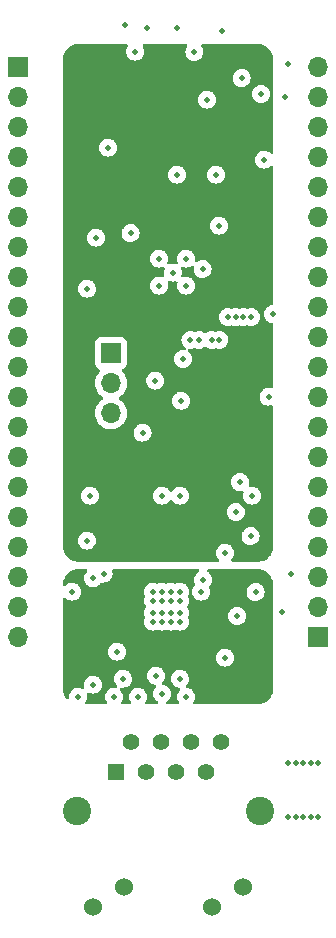
<source format=gbr>
%TF.GenerationSoftware,KiCad,Pcbnew,6.0.2+dfsg-1*%
%TF.CreationDate,2022-12-03T09:23:02-05:00*%
%TF.ProjectId,wiz5500-clone-4layer,77697a35-3530-4302-9d63-6c6f6e652d34,rev?*%
%TF.SameCoordinates,Original*%
%TF.FileFunction,Copper,L3,Inr*%
%TF.FilePolarity,Positive*%
%FSLAX46Y46*%
G04 Gerber Fmt 4.6, Leading zero omitted, Abs format (unit mm)*
G04 Created by KiCad (PCBNEW 6.0.2+dfsg-1) date 2022-12-03 09:23:02*
%MOMM*%
%LPD*%
G01*
G04 APERTURE LIST*
%TA.AperFunction,ComponentPad*%
%ADD10R,1.700000X1.700000*%
%TD*%
%TA.AperFunction,ComponentPad*%
%ADD11O,1.700000X1.700000*%
%TD*%
%TA.AperFunction,ComponentPad*%
%ADD12R,1.408000X1.408000*%
%TD*%
%TA.AperFunction,ComponentPad*%
%ADD13C,1.408000*%
%TD*%
%TA.AperFunction,ComponentPad*%
%ADD14C,1.530000*%
%TD*%
%TA.AperFunction,ComponentPad*%
%ADD15C,2.400000*%
%TD*%
%TA.AperFunction,ViaPad*%
%ADD16C,0.500000*%
%TD*%
G04 APERTURE END LIST*
D10*
%TO.N,GPIO0*%
%TO.C,J2*%
X30480000Y-73660000D03*
D11*
%TO.N,GPIO1*%
X30480000Y-76200000D03*
%TO.N,GND*%
X30480000Y-78740000D03*
%TO.N,GPIO2*%
X30480000Y-81280000D03*
%TO.N,GPIO3*%
X30480000Y-83820000D03*
%TO.N,GPIO4*%
X30480000Y-86360000D03*
%TO.N,GPIO5*%
X30480000Y-88900000D03*
%TO.N,GND*%
X30480000Y-91440000D03*
%TO.N,GPIO6*%
X30480000Y-93980000D03*
%TO.N,GPIO7*%
X30480000Y-96520000D03*
%TO.N,GPIO8*%
X30480000Y-99060000D03*
%TO.N,GPIO9*%
X30480000Y-101600000D03*
%TO.N,GND*%
X30480000Y-104140000D03*
%TO.N,GPIO10*%
X30480000Y-106680000D03*
%TO.N,GPIO11*%
X30480000Y-109220000D03*
%TO.N,GPIO12*%
X30480000Y-111760000D03*
%TO.N,GPIO13*%
X30480000Y-114300000D03*
%TO.N,GND*%
X30480000Y-116840000D03*
%TO.N,GPIO14*%
X30480000Y-119380000D03*
%TO.N,GPIO15*%
X30480000Y-121920000D03*
%TD*%
D10*
%TO.N,SWCLK*%
%TO.C,J1*%
X38354000Y-97917000D03*
D11*
%TO.N,GND*%
X38354000Y-100457000D03*
%TO.N,SWDIO*%
X38354000Y-102997000D03*
%TD*%
D12*
%TO.N,Net-(P2-Pad1)*%
%TO.C,P2*%
X38735000Y-133350000D03*
D13*
%TO.N,Net-(C30-Pad1)*%
X40005000Y-130810000D03*
%TO.N,Net-(P2-Pad3)*%
X41275000Y-133350000D03*
%TO.N,Net-(C31-Pad1)*%
X42545000Y-130810000D03*
%TO.N,Net-(C33-Pad1)*%
X43815000Y-133350000D03*
%TO.N,Net-(C32-Pad1)*%
X45085000Y-130810000D03*
%TO.N,unconnected-(P2-Pad7)*%
X46355000Y-133350000D03*
%TO.N,GND*%
X47625000Y-130810000D03*
D14*
%TO.N,Net-(P2-Pad9)*%
X36855000Y-144780000D03*
%TO.N,+3V3*%
X39422000Y-143080000D03*
%TO.N,Net-(P2-Pad11)*%
X46938000Y-144780000D03*
%TO.N,+3V3*%
X49505000Y-143080000D03*
D15*
%TO.N,GNDPWR*%
X50930000Y-136650000D03*
X35430000Y-136650000D03*
%TD*%
D10*
%TO.N,GND*%
%TO.C,J3*%
X55880000Y-121920000D03*
D11*
X55880000Y-119380000D03*
X55880000Y-116840000D03*
%TO.N,GPIO22*%
X55880000Y-114300000D03*
%TO.N,GPIO23*%
X55880000Y-111760000D03*
%TO.N,GPIO24*%
X55880000Y-109220000D03*
%TO.N,GPIO25*%
X55880000Y-106680000D03*
%TO.N,GND*%
X55880000Y-104140000D03*
%TO.N,RUN*%
X55880000Y-101600000D03*
%TO.N,GPIO26{slash}ADC0*%
X55880000Y-99060000D03*
%TO.N,GPIO27{slash}ADC1*%
X55880000Y-96520000D03*
%TO.N,GPIO28{slash}ADC2*%
X55880000Y-93980000D03*
%TO.N,GND*%
X55880000Y-91440000D03*
%TO.N,GPIO29{slash}ADC3*%
X55880000Y-88900000D03*
%TO.N,ADC_VREF*%
X55880000Y-86360000D03*
%TO.N,+3V3*%
X55880000Y-83820000D03*
%TO.N,3V3_EN*%
X55880000Y-81280000D03*
%TO.N,GND*%
X55880000Y-78740000D03*
%TO.N,VSYS*%
X55880000Y-76200000D03*
%TO.N,VBUS*%
X55880000Y-73660000D03*
%TD*%
D16*
%TO.N,GND*%
X44196000Y-109982000D03*
X52070000Y-94615000D03*
X53975000Y-132588000D03*
X50292000Y-109982000D03*
X53086000Y-76200000D03*
X36322000Y-92456000D03*
X35052000Y-118110000D03*
X43580000Y-91100000D03*
X47498000Y-87122000D03*
X44704000Y-89916000D03*
X50589000Y-118149000D03*
X36830000Y-125984000D03*
X43434000Y-119888000D03*
X44450000Y-98397000D03*
X42672000Y-119888000D03*
X44704000Y-92202000D03*
X42080000Y-100242000D03*
X42164000Y-125222000D03*
X51054000Y-75974000D03*
X43434000Y-118872000D03*
X42418000Y-89916000D03*
X54610000Y-132588000D03*
X53594000Y-116586000D03*
X41910000Y-119888000D03*
X52789000Y-119849000D03*
X47244000Y-82804000D03*
X55245000Y-132588000D03*
X44196000Y-118110000D03*
X44704000Y-127000000D03*
X41402000Y-70358000D03*
X53340000Y-73406000D03*
X55880000Y-132588000D03*
X42418000Y-92202000D03*
X44196000Y-118872000D03*
X43434000Y-120650000D03*
X42672000Y-118872000D03*
X40394750Y-72381250D03*
X47752000Y-70612000D03*
X45413500Y-72425000D03*
X49022000Y-120170000D03*
X43434000Y-118110000D03*
X44196000Y-120650000D03*
X40640000Y-127000000D03*
X53340000Y-132588000D03*
X41910000Y-120650000D03*
X42672000Y-118110000D03*
X41910000Y-118872000D03*
X44196000Y-119888000D03*
X44196000Y-125476000D03*
X44280000Y-101942000D03*
X36576000Y-109982000D03*
X43942000Y-82804000D03*
X38862000Y-123190000D03*
X42672000Y-120650000D03*
X37084000Y-88138000D03*
X42672000Y-109982000D03*
X38100000Y-80518000D03*
X39551000Y-70177000D03*
X41910000Y-118110000D03*
X48006000Y-123698000D03*
X43942000Y-70358000D03*
X36322000Y-113792000D03*
%TO.N,+3V3*%
X35560000Y-115062000D03*
X45974000Y-92456000D03*
X43928000Y-84822000D03*
X44196000Y-88392000D03*
X41995000Y-76835000D03*
X45974000Y-88646000D03*
X50546000Y-72390000D03*
X49784000Y-84836000D03*
X44944000Y-84822000D03*
X37084000Y-114300000D03*
X41656000Y-113538000D03*
X49276000Y-81534000D03*
X43434000Y-93472000D03*
X51308000Y-73406000D03*
X37084000Y-115062000D03*
X51683500Y-72710000D03*
X47752000Y-84808000D03*
X49276000Y-80772000D03*
X41148000Y-88646000D03*
X41148000Y-92202000D03*
X43434000Y-97437000D03*
%TO.N,+3.3VA*%
X40640000Y-121920000D03*
X39624000Y-127000000D03*
X37592000Y-127000000D03*
X35560000Y-116586000D03*
X44450000Y-122174000D03*
X40386000Y-118872000D03*
X42545000Y-121920000D03*
%TO.N,GNDPWR*%
X53975000Y-137160000D03*
X55880000Y-137160000D03*
X55245000Y-137160000D03*
X54610000Y-137160000D03*
X53340000Y-137160000D03*
%TO.N,SWCLK*%
X45080000Y-96800000D03*
%TO.N,SWDIO*%
X45777858Y-96827131D03*
%TO.N,GPIO29{slash}ADC3*%
X51308000Y-81534000D03*
%TO.N,3V3_EN*%
X49408500Y-74610000D03*
%TO.N,GPIO24*%
X46101000Y-90805000D03*
X46482000Y-76454000D03*
%TO.N,QSPI_SS_N*%
X41021000Y-104648000D03*
X40005000Y-87757000D03*
%TO.N,RUN*%
X51689000Y-101600000D03*
%TO.N,GPIO20*%
X48917981Y-111379000D03*
X49559006Y-94869000D03*
%TO.N,Net-(R17-Pad2)*%
X38608000Y-127000000D03*
X37719000Y-116580500D03*
%TO.N,GPIO21*%
X48006000Y-114808000D03*
X50208509Y-94869000D03*
%TO.N,Net-(R20-Pad2)*%
X35560000Y-127000000D03*
X36830011Y-116980755D03*
%TO.N,Net-(R22-Pad2)*%
X42672000Y-126746000D03*
X39370000Y-125476000D03*
%TO.N,GPIO17*%
X45974000Y-118110000D03*
X47529503Y-96800000D03*
%TO.N,GPIO18*%
X50165000Y-113411000D03*
X48260000Y-94869000D03*
%TO.N,GPIO16*%
X46155500Y-117094000D03*
X46880000Y-96800000D03*
%TO.N,GPIO19*%
X48909503Y-94869000D03*
X49276000Y-108839000D03*
%TD*%
%TA.AperFunction,Conductor*%
%TO.N,+3.3VA*%
G36*
X36297401Y-116225002D02*
G01*
X36343894Y-116278658D01*
X36353998Y-116348932D01*
X36324504Y-116413512D01*
X36317443Y-116421018D01*
X36238497Y-116498328D01*
X36234686Y-116504242D01*
X36234684Y-116504244D01*
X36161702Y-116617489D01*
X36146315Y-116641365D01*
X36088114Y-116801271D01*
X36066786Y-116970098D01*
X36083392Y-117139454D01*
X36137105Y-117300922D01*
X36140752Y-117306944D01*
X36140753Y-117306946D01*
X36216612Y-117432203D01*
X36225257Y-117446478D01*
X36343466Y-117568887D01*
X36349362Y-117572745D01*
X36445841Y-117635879D01*
X36485857Y-117662065D01*
X36492461Y-117664521D01*
X36492463Y-117664522D01*
X36528855Y-117678056D01*
X36645352Y-117721381D01*
X36814026Y-117743887D01*
X36821037Y-117743249D01*
X36821041Y-117743249D01*
X36976473Y-117729103D01*
X36983494Y-117728464D01*
X36990196Y-117726286D01*
X36990198Y-117726286D01*
X37138634Y-117678056D01*
X37138637Y-117678055D01*
X37145333Y-117675879D01*
X37291501Y-117588745D01*
X37296595Y-117583894D01*
X37296599Y-117583891D01*
X37379630Y-117504821D01*
X37414732Y-117471394D01*
X37429762Y-117448773D01*
X37460326Y-117402770D01*
X37472609Y-117384282D01*
X37526966Y-117338611D01*
X37594221Y-117329116D01*
X37628703Y-117333717D01*
X37703015Y-117343632D01*
X37710026Y-117342994D01*
X37710030Y-117342994D01*
X37865462Y-117328848D01*
X37872483Y-117328209D01*
X37879185Y-117326031D01*
X37879187Y-117326031D01*
X38027623Y-117277801D01*
X38027626Y-117277800D01*
X38034322Y-117275624D01*
X38180490Y-117188490D01*
X38185584Y-117183639D01*
X38185588Y-117183636D01*
X38275555Y-117097961D01*
X38303721Y-117071139D01*
X38397891Y-116929402D01*
X38458319Y-116770325D01*
X38482001Y-116601813D01*
X38482299Y-116580500D01*
X38463331Y-116411392D01*
X38449765Y-116372436D01*
X38446251Y-116301529D01*
X38481632Y-116239976D01*
X38544674Y-116207323D01*
X38568756Y-116205000D01*
X45707635Y-116205000D01*
X45775756Y-116225002D01*
X45822249Y-116278658D01*
X45832353Y-116348932D01*
X45802859Y-116413512D01*
X45773657Y-116438318D01*
X45691565Y-116488821D01*
X45691563Y-116488823D01*
X45685566Y-116492512D01*
X45563986Y-116611573D01*
X45560175Y-116617487D01*
X45560173Y-116617489D01*
X45527823Y-116667686D01*
X45471804Y-116754610D01*
X45413603Y-116914516D01*
X45392275Y-117083343D01*
X45408881Y-117252699D01*
X45411105Y-117259384D01*
X45411105Y-117259385D01*
X45416507Y-117275624D01*
X45462594Y-117414167D01*
X45466243Y-117420193D01*
X45468841Y-117425815D01*
X45479256Y-117496044D01*
X45450049Y-117560754D01*
X45442620Y-117568685D01*
X45421367Y-117589498D01*
X45398010Y-117612371D01*
X45382486Y-117627573D01*
X45378675Y-117633487D01*
X45378673Y-117633489D01*
X45307937Y-117743249D01*
X45290304Y-117770610D01*
X45232103Y-117930516D01*
X45210775Y-118099343D01*
X45227381Y-118268699D01*
X45229605Y-118275384D01*
X45229605Y-118275385D01*
X45242579Y-118314385D01*
X45281094Y-118430167D01*
X45284741Y-118436189D01*
X45284742Y-118436191D01*
X45344105Y-118534210D01*
X45369246Y-118575723D01*
X45487455Y-118698132D01*
X45493351Y-118701990D01*
X45577400Y-118756990D01*
X45629846Y-118791310D01*
X45636450Y-118793766D01*
X45636452Y-118793767D01*
X45672844Y-118807301D01*
X45789341Y-118850626D01*
X45958015Y-118873132D01*
X45965026Y-118872494D01*
X45965030Y-118872494D01*
X46120462Y-118858348D01*
X46127483Y-118857709D01*
X46134185Y-118855531D01*
X46134187Y-118855531D01*
X46282623Y-118807301D01*
X46282626Y-118807300D01*
X46289322Y-118805124D01*
X46435490Y-118717990D01*
X46440584Y-118713139D01*
X46440588Y-118713136D01*
X46523932Y-118633768D01*
X46558721Y-118600639D01*
X46652891Y-118458902D01*
X46713319Y-118299825D01*
X46736013Y-118138343D01*
X49825775Y-118138343D01*
X49842381Y-118307699D01*
X49896094Y-118469167D01*
X49899741Y-118475189D01*
X49899742Y-118475191D01*
X49972161Y-118594768D01*
X49984246Y-118614723D01*
X50102455Y-118737132D01*
X50108351Y-118740990D01*
X50209685Y-118807301D01*
X50244846Y-118830310D01*
X50251450Y-118832766D01*
X50251452Y-118832767D01*
X50312663Y-118855531D01*
X50404341Y-118889626D01*
X50573015Y-118912132D01*
X50580026Y-118911494D01*
X50580030Y-118911494D01*
X50735462Y-118897348D01*
X50742483Y-118896709D01*
X50749185Y-118894531D01*
X50749187Y-118894531D01*
X50897623Y-118846301D01*
X50897626Y-118846300D01*
X50904322Y-118844124D01*
X51050490Y-118756990D01*
X51055584Y-118752139D01*
X51055588Y-118752136D01*
X51125145Y-118685897D01*
X51173721Y-118639639D01*
X51180440Y-118629527D01*
X51244831Y-118532610D01*
X51267891Y-118497902D01*
X51328319Y-118338825D01*
X51352001Y-118170313D01*
X51352299Y-118149000D01*
X51333331Y-117979892D01*
X51277368Y-117819189D01*
X51271383Y-117809610D01*
X51243311Y-117764687D01*
X51187192Y-117674879D01*
X51143500Y-117630880D01*
X51097746Y-117584806D01*
X51067286Y-117554132D01*
X51051039Y-117543821D01*
X51003167Y-117513441D01*
X50923608Y-117462951D01*
X50763300Y-117405868D01*
X50594329Y-117385720D01*
X50587326Y-117386456D01*
X50587325Y-117386456D01*
X50432101Y-117402770D01*
X50432097Y-117402771D01*
X50425093Y-117403507D01*
X50418422Y-117405778D01*
X50270673Y-117456075D01*
X50270670Y-117456076D01*
X50264003Y-117458346D01*
X50258005Y-117462036D01*
X50258003Y-117462037D01*
X50125065Y-117543821D01*
X50125063Y-117543823D01*
X50119066Y-117547512D01*
X49997486Y-117666573D01*
X49993675Y-117672487D01*
X49993673Y-117672489D01*
X49909121Y-117803687D01*
X49905304Y-117809610D01*
X49847103Y-117969516D01*
X49825775Y-118138343D01*
X46736013Y-118138343D01*
X46737001Y-118131313D01*
X46737299Y-118110000D01*
X46718331Y-117940892D01*
X46662368Y-117780189D01*
X46661084Y-117778134D01*
X46649985Y-117709861D01*
X46678288Y-117644750D01*
X46688119Y-117634255D01*
X46695136Y-117627573D01*
X46740221Y-117584639D01*
X46748124Y-117572745D01*
X46809406Y-117480507D01*
X46834391Y-117442902D01*
X46894819Y-117283825D01*
X46918501Y-117115313D01*
X46918799Y-117094000D01*
X46899831Y-116924892D01*
X46843868Y-116764189D01*
X46837883Y-116754610D01*
X46783565Y-116667686D01*
X46753692Y-116619879D01*
X46633786Y-116499132D01*
X46617539Y-116488821D01*
X46584142Y-116467627D01*
X46536487Y-116437384D01*
X46489689Y-116383996D01*
X46479184Y-116313781D01*
X46508308Y-116249033D01*
X46567814Y-116210309D01*
X46604002Y-116205000D01*
X50794493Y-116205000D01*
X50805474Y-116205479D01*
X50826552Y-116207323D01*
X51009555Y-116223334D01*
X51031178Y-116227146D01*
X51112861Y-116249033D01*
X51223718Y-116278737D01*
X51244358Y-116286249D01*
X51425015Y-116370492D01*
X51444026Y-116381468D01*
X51525216Y-116438318D01*
X51607314Y-116495804D01*
X51624138Y-116509922D01*
X51765078Y-116650862D01*
X51779196Y-116667686D01*
X51893532Y-116830974D01*
X51904508Y-116849985D01*
X51938469Y-116922814D01*
X51988751Y-117030643D01*
X51996263Y-117051282D01*
X52033994Y-117192094D01*
X52047853Y-117243818D01*
X52051666Y-117265445D01*
X52062262Y-117386554D01*
X52069521Y-117469526D01*
X52070000Y-117480507D01*
X52070000Y-119584390D01*
X52062401Y-119627484D01*
X52047103Y-119669516D01*
X52025775Y-119838343D01*
X52042381Y-120007699D01*
X52044606Y-120014387D01*
X52044606Y-120014388D01*
X52063558Y-120071361D01*
X52070000Y-120111132D01*
X52070000Y-126359493D01*
X52069521Y-126370474D01*
X52051759Y-126573506D01*
X52051667Y-126574552D01*
X52047854Y-126596178D01*
X52031215Y-126658276D01*
X51996263Y-126788718D01*
X51988751Y-126809357D01*
X51904508Y-126990015D01*
X51893532Y-127009026D01*
X51841890Y-127082778D01*
X51779196Y-127172314D01*
X51765078Y-127189138D01*
X51624138Y-127330078D01*
X51607314Y-127344196D01*
X51444026Y-127458532D01*
X51425015Y-127469508D01*
X51333124Y-127512358D01*
X51244357Y-127553751D01*
X51223718Y-127561263D01*
X51181625Y-127572542D01*
X51031178Y-127612854D01*
X51009555Y-127616666D01*
X50855036Y-127630185D01*
X50805474Y-127634521D01*
X50794493Y-127635000D01*
X45427797Y-127635000D01*
X45359676Y-127614998D01*
X45313183Y-127561342D01*
X45303079Y-127491068D01*
X45322849Y-127439273D01*
X45378990Y-127354773D01*
X45382891Y-127348902D01*
X45443319Y-127189825D01*
X45467001Y-127021313D01*
X45467299Y-127000000D01*
X45448331Y-126830892D01*
X45392368Y-126670189D01*
X45386383Y-126660610D01*
X45334069Y-126576892D01*
X45302192Y-126525879D01*
X45182286Y-126405132D01*
X45166039Y-126394821D01*
X45127406Y-126370304D01*
X45038608Y-126313951D01*
X44878300Y-126256868D01*
X44823871Y-126250378D01*
X44786605Y-126245934D01*
X44721332Y-126218006D01*
X44681519Y-126159223D01*
X44679807Y-126088247D01*
X44714631Y-126029575D01*
X44780721Y-125966639D01*
X44874891Y-125824902D01*
X44935319Y-125665825D01*
X44959001Y-125497313D01*
X44959299Y-125476000D01*
X44940331Y-125306892D01*
X44937218Y-125297951D01*
X44907057Y-125211343D01*
X44884368Y-125146189D01*
X44878383Y-125136610D01*
X44815449Y-125035897D01*
X44794192Y-125001879D01*
X44674286Y-124881132D01*
X44658039Y-124870821D01*
X44619406Y-124846304D01*
X44530608Y-124789951D01*
X44370300Y-124732868D01*
X44201329Y-124712720D01*
X44194326Y-124713456D01*
X44194325Y-124713456D01*
X44039101Y-124729770D01*
X44039097Y-124729771D01*
X44032093Y-124730507D01*
X44025422Y-124732778D01*
X43877673Y-124783075D01*
X43877670Y-124783076D01*
X43871003Y-124785346D01*
X43865005Y-124789036D01*
X43865003Y-124789037D01*
X43732065Y-124870821D01*
X43732063Y-124870823D01*
X43726066Y-124874512D01*
X43604486Y-124993573D01*
X43600675Y-124999487D01*
X43600673Y-124999489D01*
X43516121Y-125130687D01*
X43512304Y-125136610D01*
X43454103Y-125296516D01*
X43432775Y-125465343D01*
X43449381Y-125634699D01*
X43503094Y-125796167D01*
X43506741Y-125802189D01*
X43506742Y-125802191D01*
X43569141Y-125905223D01*
X43591246Y-125941723D01*
X43709455Y-126064132D01*
X43715351Y-126067990D01*
X43839728Y-126149380D01*
X43851846Y-126157310D01*
X43858450Y-126159766D01*
X43858452Y-126159767D01*
X43894844Y-126173301D01*
X44011341Y-126216626D01*
X44114754Y-126230424D01*
X44179630Y-126259260D01*
X44218618Y-126318593D01*
X44219339Y-126389586D01*
X44186247Y-126445340D01*
X44117515Y-126512648D01*
X44112486Y-126517573D01*
X44108675Y-126523487D01*
X44108673Y-126523489D01*
X44067655Y-126587136D01*
X44020304Y-126660610D01*
X44012773Y-126681301D01*
X43966165Y-126809357D01*
X43962103Y-126820516D01*
X43940775Y-126989343D01*
X43957381Y-127158699D01*
X44011094Y-127320167D01*
X44085927Y-127443730D01*
X44104105Y-127512358D01*
X44082295Y-127579922D01*
X44027419Y-127624968D01*
X43978150Y-127635000D01*
X43119532Y-127635000D01*
X43051411Y-127614998D01*
X43004918Y-127561342D01*
X42994814Y-127491068D01*
X43024308Y-127426488D01*
X43055015Y-127400771D01*
X43127441Y-127357597D01*
X43127447Y-127357592D01*
X43133490Y-127353990D01*
X43138584Y-127349139D01*
X43138588Y-127349136D01*
X43205833Y-127285099D01*
X43256721Y-127236639D01*
X43267148Y-127220946D01*
X43346990Y-127100773D01*
X43350891Y-127094902D01*
X43411319Y-126935825D01*
X43435001Y-126767313D01*
X43435299Y-126746000D01*
X43416331Y-126576892D01*
X43360368Y-126416189D01*
X43356582Y-126410129D01*
X43312542Y-126339652D01*
X43270192Y-126271879D01*
X43254458Y-126256034D01*
X43172821Y-126173825D01*
X43150286Y-126151132D01*
X43125954Y-126135690D01*
X43044487Y-126083990D01*
X43006608Y-126059951D01*
X42846300Y-126002868D01*
X42791871Y-125996378D01*
X42754605Y-125991934D01*
X42689332Y-125964006D01*
X42649519Y-125905223D01*
X42647807Y-125834247D01*
X42682631Y-125775575D01*
X42748721Y-125712639D01*
X42775447Y-125672414D01*
X42838990Y-125576773D01*
X42842891Y-125570902D01*
X42903319Y-125411825D01*
X42927001Y-125243313D01*
X42927299Y-125222000D01*
X42908331Y-125052892D01*
X42852368Y-124892189D01*
X42848582Y-124886129D01*
X42790843Y-124793730D01*
X42762192Y-124747879D01*
X42746458Y-124732034D01*
X42647248Y-124632129D01*
X42642286Y-124627132D01*
X42626039Y-124616821D01*
X42587406Y-124592304D01*
X42498608Y-124535951D01*
X42338300Y-124478868D01*
X42169329Y-124458720D01*
X42162326Y-124459456D01*
X42162325Y-124459456D01*
X42007101Y-124475770D01*
X42007097Y-124475771D01*
X42000093Y-124476507D01*
X41993422Y-124478778D01*
X41845673Y-124529075D01*
X41845670Y-124529076D01*
X41839003Y-124531346D01*
X41833005Y-124535036D01*
X41833003Y-124535037D01*
X41700065Y-124616821D01*
X41700063Y-124616823D01*
X41694066Y-124620512D01*
X41689033Y-124625441D01*
X41580185Y-124732034D01*
X41572486Y-124739573D01*
X41568675Y-124745487D01*
X41568673Y-124745489D01*
X41485523Y-124874512D01*
X41480304Y-124882610D01*
X41422103Y-125042516D01*
X41400775Y-125211343D01*
X41417381Y-125380699D01*
X41419605Y-125387384D01*
X41419605Y-125387385D01*
X41425413Y-125404845D01*
X41471094Y-125542167D01*
X41474741Y-125548189D01*
X41474742Y-125548191D01*
X41549975Y-125672414D01*
X41559246Y-125687723D01*
X41677455Y-125810132D01*
X41819846Y-125903310D01*
X41826450Y-125905766D01*
X41826452Y-125905767D01*
X41899594Y-125932968D01*
X41979341Y-125962626D01*
X42082754Y-125976424D01*
X42147630Y-126005260D01*
X42186618Y-126064593D01*
X42187339Y-126135586D01*
X42154247Y-126191340D01*
X42087425Y-126256778D01*
X42080486Y-126263573D01*
X42076675Y-126269487D01*
X42076673Y-126269489D01*
X41993523Y-126398512D01*
X41988304Y-126406610D01*
X41930103Y-126566516D01*
X41908775Y-126735343D01*
X41925381Y-126904699D01*
X41979094Y-127066167D01*
X41982741Y-127072189D01*
X41982742Y-127072191D01*
X42057975Y-127196414D01*
X42067246Y-127211723D01*
X42185455Y-127334132D01*
X42191347Y-127337987D01*
X42191351Y-127337991D01*
X42291564Y-127403568D01*
X42337613Y-127457605D01*
X42347136Y-127527960D01*
X42317111Y-127592295D01*
X42257070Y-127630185D01*
X42222571Y-127635000D01*
X41363797Y-127635000D01*
X41295676Y-127614998D01*
X41249183Y-127561342D01*
X41239079Y-127491068D01*
X41258849Y-127439273D01*
X41314990Y-127354773D01*
X41318891Y-127348902D01*
X41379319Y-127189825D01*
X41403001Y-127021313D01*
X41403299Y-127000000D01*
X41384331Y-126830892D01*
X41328368Y-126670189D01*
X41322383Y-126660610D01*
X41270069Y-126576892D01*
X41238192Y-126525879D01*
X41118286Y-126405132D01*
X41102039Y-126394821D01*
X41063406Y-126370304D01*
X40974608Y-126313951D01*
X40814300Y-126256868D01*
X40645329Y-126236720D01*
X40638326Y-126237456D01*
X40638325Y-126237456D01*
X40483101Y-126253770D01*
X40483097Y-126253771D01*
X40476093Y-126254507D01*
X40469422Y-126256778D01*
X40321673Y-126307075D01*
X40321670Y-126307076D01*
X40315003Y-126309346D01*
X40309005Y-126313036D01*
X40309003Y-126313037D01*
X40176065Y-126394821D01*
X40176063Y-126394823D01*
X40170066Y-126398512D01*
X40048486Y-126517573D01*
X40044675Y-126523487D01*
X40044673Y-126523489D01*
X40003655Y-126587136D01*
X39956304Y-126660610D01*
X39948773Y-126681301D01*
X39902165Y-126809357D01*
X39898103Y-126820516D01*
X39876775Y-126989343D01*
X39893381Y-127158699D01*
X39947094Y-127320167D01*
X40021927Y-127443730D01*
X40040105Y-127512358D01*
X40018295Y-127579922D01*
X39963419Y-127624968D01*
X39914150Y-127635000D01*
X39331797Y-127635000D01*
X39263676Y-127614998D01*
X39217183Y-127561342D01*
X39207079Y-127491068D01*
X39226849Y-127439273D01*
X39282990Y-127354773D01*
X39286891Y-127348902D01*
X39347319Y-127189825D01*
X39371001Y-127021313D01*
X39371299Y-127000000D01*
X39352331Y-126830892D01*
X39296368Y-126670189D01*
X39290383Y-126660610D01*
X39238069Y-126576892D01*
X39206192Y-126525879D01*
X39116171Y-126435226D01*
X39082364Y-126372796D01*
X39087676Y-126301998D01*
X39130421Y-126245312D01*
X39197027Y-126220733D01*
X39222241Y-126221550D01*
X39280799Y-126229363D01*
X39354015Y-126239132D01*
X39361026Y-126238494D01*
X39361030Y-126238494D01*
X39516462Y-126224348D01*
X39523483Y-126223709D01*
X39530185Y-126221531D01*
X39530187Y-126221531D01*
X39678623Y-126173301D01*
X39678626Y-126173300D01*
X39685322Y-126171124D01*
X39831490Y-126083990D01*
X39836584Y-126079139D01*
X39836588Y-126079136D01*
X39919156Y-126000507D01*
X39954721Y-125966639D01*
X40048891Y-125824902D01*
X40109319Y-125665825D01*
X40133001Y-125497313D01*
X40133299Y-125476000D01*
X40114331Y-125306892D01*
X40111218Y-125297951D01*
X40081057Y-125211343D01*
X40058368Y-125146189D01*
X40052383Y-125136610D01*
X39989449Y-125035897D01*
X39968192Y-125001879D01*
X39848286Y-124881132D01*
X39832039Y-124870821D01*
X39793406Y-124846304D01*
X39704608Y-124789951D01*
X39544300Y-124732868D01*
X39375329Y-124712720D01*
X39368326Y-124713456D01*
X39368325Y-124713456D01*
X39213101Y-124729770D01*
X39213097Y-124729771D01*
X39206093Y-124730507D01*
X39199422Y-124732778D01*
X39051673Y-124783075D01*
X39051670Y-124783076D01*
X39045003Y-124785346D01*
X39039005Y-124789036D01*
X39039003Y-124789037D01*
X38906065Y-124870821D01*
X38906063Y-124870823D01*
X38900066Y-124874512D01*
X38778486Y-124993573D01*
X38774675Y-124999487D01*
X38774673Y-124999489D01*
X38690121Y-125130687D01*
X38686304Y-125136610D01*
X38628103Y-125296516D01*
X38606775Y-125465343D01*
X38623381Y-125634699D01*
X38677094Y-125796167D01*
X38680741Y-125802189D01*
X38680742Y-125802191D01*
X38743141Y-125905223D01*
X38765246Y-125941723D01*
X38822013Y-126000507D01*
X38861159Y-126041044D01*
X38894091Y-126103941D01*
X38887791Y-126174657D01*
X38844259Y-126230742D01*
X38777316Y-126254388D01*
X38755607Y-126253685D01*
X38613329Y-126236720D01*
X38606326Y-126237456D01*
X38606325Y-126237456D01*
X38451101Y-126253770D01*
X38451097Y-126253771D01*
X38444093Y-126254507D01*
X38437422Y-126256778D01*
X38289673Y-126307075D01*
X38289670Y-126307076D01*
X38283003Y-126309346D01*
X38277005Y-126313036D01*
X38277003Y-126313037D01*
X38144065Y-126394821D01*
X38144063Y-126394823D01*
X38138066Y-126398512D01*
X38016486Y-126517573D01*
X38012675Y-126523487D01*
X38012673Y-126523489D01*
X37971655Y-126587136D01*
X37924304Y-126660610D01*
X37916773Y-126681301D01*
X37870165Y-126809357D01*
X37866103Y-126820516D01*
X37844775Y-126989343D01*
X37861381Y-127158699D01*
X37915094Y-127320167D01*
X37989927Y-127443730D01*
X38008105Y-127512358D01*
X37986295Y-127579922D01*
X37931419Y-127624968D01*
X37882150Y-127635000D01*
X36283797Y-127635000D01*
X36215676Y-127614998D01*
X36169183Y-127561342D01*
X36159079Y-127491068D01*
X36178849Y-127439273D01*
X36234990Y-127354773D01*
X36238891Y-127348902D01*
X36299319Y-127189825D01*
X36323001Y-127021313D01*
X36323299Y-127000000D01*
X36304331Y-126830892D01*
X36297801Y-126812140D01*
X36294286Y-126741233D01*
X36329665Y-126679679D01*
X36392707Y-126647025D01*
X36463395Y-126653638D01*
X36473401Y-126658795D01*
X36473663Y-126658276D01*
X36479950Y-126661452D01*
X36485846Y-126665310D01*
X36492450Y-126667766D01*
X36492452Y-126667767D01*
X36528844Y-126681301D01*
X36645341Y-126724626D01*
X36814015Y-126747132D01*
X36821026Y-126746494D01*
X36821030Y-126746494D01*
X36976462Y-126732348D01*
X36983483Y-126731709D01*
X36990185Y-126729531D01*
X36990187Y-126729531D01*
X37138623Y-126681301D01*
X37138626Y-126681300D01*
X37145322Y-126679124D01*
X37291490Y-126591990D01*
X37296584Y-126587139D01*
X37296588Y-126587136D01*
X37369636Y-126517573D01*
X37414721Y-126474639D01*
X37508891Y-126332902D01*
X37569319Y-126173825D01*
X37593001Y-126005313D01*
X37593299Y-125984000D01*
X37574331Y-125814892D01*
X37518368Y-125654189D01*
X37512383Y-125644610D01*
X37490420Y-125609464D01*
X37428192Y-125509879D01*
X37308286Y-125389132D01*
X37292039Y-125378821D01*
X37189725Y-125313891D01*
X37164608Y-125297951D01*
X37004300Y-125240868D01*
X36835329Y-125220720D01*
X36828326Y-125221456D01*
X36828325Y-125221456D01*
X36673101Y-125237770D01*
X36673097Y-125237771D01*
X36666093Y-125238507D01*
X36659422Y-125240778D01*
X36511673Y-125291075D01*
X36511670Y-125291076D01*
X36505003Y-125293346D01*
X36499005Y-125297036D01*
X36499003Y-125297037D01*
X36366065Y-125378821D01*
X36366063Y-125378823D01*
X36360066Y-125382512D01*
X36289510Y-125451607D01*
X36246867Y-125493366D01*
X36238486Y-125501573D01*
X36234675Y-125507487D01*
X36234673Y-125507489D01*
X36208442Y-125548191D01*
X36146304Y-125644610D01*
X36088103Y-125804516D01*
X36066775Y-125973343D01*
X36083381Y-126142699D01*
X36094419Y-126175881D01*
X36096941Y-126246831D01*
X36060704Y-126307883D01*
X35997211Y-126339652D01*
X35926623Y-126332051D01*
X35907345Y-126322034D01*
X35900564Y-126317730D01*
X35900559Y-126317727D01*
X35894608Y-126313951D01*
X35734300Y-126256868D01*
X35565329Y-126236720D01*
X35558326Y-126237456D01*
X35558325Y-126237456D01*
X35403101Y-126253770D01*
X35403097Y-126253771D01*
X35396093Y-126254507D01*
X35389422Y-126256778D01*
X35241673Y-126307075D01*
X35241670Y-126307076D01*
X35235003Y-126309346D01*
X35229005Y-126313036D01*
X35229003Y-126313037D01*
X35096065Y-126394821D01*
X35096063Y-126394823D01*
X35090066Y-126398512D01*
X34968486Y-126517573D01*
X34964675Y-126523487D01*
X34964673Y-126523489D01*
X34923655Y-126587136D01*
X34876304Y-126660610D01*
X34868773Y-126681301D01*
X34822165Y-126809357D01*
X34818103Y-126820516D01*
X34796775Y-126989343D01*
X34803653Y-127059484D01*
X34805937Y-127082778D01*
X34792678Y-127152525D01*
X34743816Y-127204032D01*
X34674863Y-127220946D01*
X34607712Y-127197896D01*
X34577325Y-127167345D01*
X34477809Y-127025223D01*
X34466468Y-127009026D01*
X34455492Y-126990015D01*
X34371249Y-126809357D01*
X34363737Y-126788718D01*
X34328785Y-126658276D01*
X34312146Y-126596178D01*
X34308333Y-126574552D01*
X34308242Y-126573506D01*
X34290479Y-126370474D01*
X34290000Y-126359493D01*
X34290000Y-123179343D01*
X38098775Y-123179343D01*
X38115381Y-123348699D01*
X38169094Y-123510167D01*
X38172741Y-123516189D01*
X38172742Y-123516191D01*
X38186497Y-123538902D01*
X38257246Y-123655723D01*
X38375455Y-123778132D01*
X38517846Y-123871310D01*
X38524450Y-123873766D01*
X38524452Y-123873767D01*
X38560844Y-123887301D01*
X38677341Y-123930626D01*
X38846015Y-123953132D01*
X38853026Y-123952494D01*
X38853030Y-123952494D01*
X39008462Y-123938348D01*
X39015483Y-123937709D01*
X39022185Y-123935531D01*
X39022187Y-123935531D01*
X39170623Y-123887301D01*
X39170626Y-123887300D01*
X39177322Y-123885124D01*
X39323490Y-123797990D01*
X39328584Y-123793139D01*
X39328588Y-123793136D01*
X39410254Y-123715366D01*
X39439681Y-123687343D01*
X47242775Y-123687343D01*
X47259381Y-123856699D01*
X47313094Y-124018167D01*
X47316741Y-124024189D01*
X47316742Y-124024191D01*
X47330497Y-124046902D01*
X47401246Y-124163723D01*
X47519455Y-124286132D01*
X47661846Y-124379310D01*
X47668450Y-124381766D01*
X47668452Y-124381767D01*
X47704844Y-124395301D01*
X47821341Y-124438626D01*
X47990015Y-124461132D01*
X47997026Y-124460494D01*
X47997030Y-124460494D01*
X48152462Y-124446348D01*
X48159483Y-124445709D01*
X48166185Y-124443531D01*
X48166187Y-124443531D01*
X48314623Y-124395301D01*
X48314626Y-124395300D01*
X48321322Y-124393124D01*
X48467490Y-124305990D01*
X48472584Y-124301139D01*
X48472588Y-124301136D01*
X48539833Y-124237099D01*
X48590721Y-124188639D01*
X48684891Y-124046902D01*
X48745319Y-123887825D01*
X48769001Y-123719313D01*
X48769299Y-123698000D01*
X48750331Y-123528892D01*
X48694368Y-123368189D01*
X48688383Y-123358610D01*
X48666420Y-123323464D01*
X48604192Y-123223879D01*
X48484286Y-123103132D01*
X48468039Y-123092821D01*
X48365725Y-123027891D01*
X48340608Y-123011951D01*
X48180300Y-122954868D01*
X48011329Y-122934720D01*
X48004326Y-122935456D01*
X48004325Y-122935456D01*
X47849101Y-122951770D01*
X47849097Y-122951771D01*
X47842093Y-122952507D01*
X47835422Y-122954778D01*
X47687673Y-123005075D01*
X47687670Y-123005076D01*
X47681003Y-123007346D01*
X47675005Y-123011036D01*
X47675003Y-123011037D01*
X47542065Y-123092821D01*
X47542063Y-123092823D01*
X47536066Y-123096512D01*
X47531033Y-123101441D01*
X47422867Y-123207366D01*
X47414486Y-123215573D01*
X47322304Y-123358610D01*
X47264103Y-123518516D01*
X47242775Y-123687343D01*
X39439681Y-123687343D01*
X39446721Y-123680639D01*
X39540891Y-123538902D01*
X39601319Y-123379825D01*
X39625001Y-123211313D01*
X39625299Y-123190000D01*
X39606331Y-123020892D01*
X39603218Y-123011951D01*
X39552686Y-122866846D01*
X39550368Y-122860189D01*
X39544383Y-122850610D01*
X39522420Y-122815464D01*
X39460192Y-122715879D01*
X39340286Y-122595132D01*
X39324039Y-122584821D01*
X39285406Y-122560304D01*
X39196608Y-122503951D01*
X39036300Y-122446868D01*
X38867329Y-122426720D01*
X38860326Y-122427456D01*
X38860325Y-122427456D01*
X38705101Y-122443770D01*
X38705097Y-122443771D01*
X38698093Y-122444507D01*
X38691422Y-122446778D01*
X38543673Y-122497075D01*
X38543670Y-122497076D01*
X38537003Y-122499346D01*
X38531005Y-122503036D01*
X38531003Y-122503037D01*
X38398065Y-122584821D01*
X38398063Y-122584823D01*
X38392066Y-122588512D01*
X38270486Y-122707573D01*
X38178304Y-122850610D01*
X38120103Y-123010516D01*
X38098775Y-123179343D01*
X34290000Y-123179343D01*
X34290000Y-120639343D01*
X41146775Y-120639343D01*
X41163381Y-120808699D01*
X41217094Y-120970167D01*
X41220741Y-120976189D01*
X41220742Y-120976191D01*
X41234497Y-120998902D01*
X41305246Y-121115723D01*
X41423455Y-121238132D01*
X41565846Y-121331310D01*
X41572450Y-121333766D01*
X41572452Y-121333767D01*
X41608844Y-121347301D01*
X41725341Y-121390626D01*
X41894015Y-121413132D01*
X41901026Y-121412494D01*
X41901030Y-121412494D01*
X42056462Y-121398348D01*
X42063483Y-121397709D01*
X42070185Y-121395531D01*
X42070187Y-121395531D01*
X42218623Y-121347301D01*
X42218626Y-121347300D01*
X42225322Y-121345124D01*
X42231372Y-121341518D01*
X42237788Y-121338607D01*
X42238883Y-121341021D01*
X42295881Y-121326348D01*
X42335561Y-121334179D01*
X42487341Y-121390626D01*
X42656015Y-121413132D01*
X42663026Y-121412494D01*
X42663030Y-121412494D01*
X42818462Y-121398348D01*
X42825483Y-121397709D01*
X42832185Y-121395531D01*
X42832187Y-121395531D01*
X42980623Y-121347301D01*
X42980626Y-121347300D01*
X42987322Y-121345124D01*
X42993372Y-121341518D01*
X42999788Y-121338607D01*
X43000883Y-121341021D01*
X43057881Y-121326348D01*
X43097561Y-121334179D01*
X43249341Y-121390626D01*
X43418015Y-121413132D01*
X43425026Y-121412494D01*
X43425030Y-121412494D01*
X43580462Y-121398348D01*
X43587483Y-121397709D01*
X43594185Y-121395531D01*
X43594187Y-121395531D01*
X43742623Y-121347301D01*
X43742626Y-121347300D01*
X43749322Y-121345124D01*
X43755372Y-121341518D01*
X43761788Y-121338607D01*
X43762883Y-121341021D01*
X43819881Y-121326348D01*
X43859561Y-121334179D01*
X44011341Y-121390626D01*
X44180015Y-121413132D01*
X44187026Y-121412494D01*
X44187030Y-121412494D01*
X44342462Y-121398348D01*
X44349483Y-121397709D01*
X44356185Y-121395531D01*
X44356187Y-121395531D01*
X44504623Y-121347301D01*
X44504626Y-121347300D01*
X44511322Y-121345124D01*
X44657490Y-121257990D01*
X44662584Y-121253139D01*
X44662588Y-121253136D01*
X44729833Y-121189099D01*
X44780721Y-121140639D01*
X44874891Y-120998902D01*
X44935319Y-120839825D01*
X44959001Y-120671313D01*
X44959150Y-120660639D01*
X44959244Y-120653961D01*
X44959244Y-120653955D01*
X44959299Y-120650000D01*
X44940331Y-120480892D01*
X44932008Y-120456990D01*
X44889660Y-120335385D01*
X44884368Y-120320189D01*
X44883983Y-120319572D01*
X44872989Y-120251964D01*
X44880227Y-120222854D01*
X44889706Y-120197902D01*
X44904353Y-120159343D01*
X48258775Y-120159343D01*
X48275381Y-120328699D01*
X48329094Y-120490167D01*
X48332741Y-120496189D01*
X48332742Y-120496191D01*
X48402959Y-120612132D01*
X48417246Y-120635723D01*
X48535455Y-120758132D01*
X48541351Y-120761990D01*
X48649629Y-120832845D01*
X48677846Y-120851310D01*
X48684450Y-120853766D01*
X48684452Y-120853767D01*
X48720844Y-120867301D01*
X48837341Y-120910626D01*
X49006015Y-120933132D01*
X49013026Y-120932494D01*
X49013030Y-120932494D01*
X49168462Y-120918348D01*
X49175483Y-120917709D01*
X49182185Y-120915531D01*
X49182187Y-120915531D01*
X49330623Y-120867301D01*
X49330626Y-120867300D01*
X49337322Y-120865124D01*
X49483490Y-120777990D01*
X49488584Y-120773139D01*
X49488588Y-120773136D01*
X49595512Y-120671313D01*
X49606721Y-120660639D01*
X49616212Y-120646355D01*
X49653902Y-120589626D01*
X49700891Y-120518902D01*
X49761319Y-120359825D01*
X49785001Y-120191313D01*
X49785299Y-120170000D01*
X49766331Y-120000892D01*
X49710368Y-119840189D01*
X49704383Y-119830610D01*
X49682420Y-119795464D01*
X49620192Y-119695879D01*
X49500286Y-119575132D01*
X49484039Y-119564821D01*
X49397040Y-119509610D01*
X49356608Y-119483951D01*
X49196300Y-119426868D01*
X49027329Y-119406720D01*
X49020326Y-119407456D01*
X49020325Y-119407456D01*
X48865101Y-119423770D01*
X48865097Y-119423771D01*
X48858093Y-119424507D01*
X48851422Y-119426778D01*
X48703673Y-119477075D01*
X48703670Y-119477076D01*
X48697003Y-119479346D01*
X48691005Y-119483036D01*
X48691003Y-119483037D01*
X48558065Y-119564821D01*
X48558063Y-119564823D01*
X48552066Y-119568512D01*
X48547033Y-119573441D01*
X48438330Y-119679892D01*
X48430486Y-119687573D01*
X48426675Y-119693487D01*
X48426673Y-119693489D01*
X48416989Y-119708516D01*
X48338304Y-119830610D01*
X48280103Y-119990516D01*
X48258775Y-120159343D01*
X44904353Y-120159343D01*
X44935319Y-120077825D01*
X44959001Y-119909313D01*
X44959299Y-119888000D01*
X44940331Y-119718892D01*
X44927710Y-119682648D01*
X44889679Y-119573441D01*
X44884368Y-119558189D01*
X44878383Y-119548610D01*
X44814193Y-119445887D01*
X44795057Y-119377518D01*
X44816098Y-119309393D01*
X44874891Y-119220902D01*
X44935319Y-119061825D01*
X44959001Y-118893313D01*
X44959299Y-118872000D01*
X44940331Y-118702892D01*
X44884368Y-118542189D01*
X44883983Y-118541572D01*
X44872989Y-118473964D01*
X44880227Y-118444854D01*
X44932816Y-118306414D01*
X44935319Y-118299825D01*
X44959001Y-118131313D01*
X44959299Y-118110000D01*
X44940331Y-117940892D01*
X44884368Y-117780189D01*
X44878383Y-117770610D01*
X44856420Y-117735464D01*
X44794192Y-117635879D01*
X44674286Y-117515132D01*
X44658039Y-117504821D01*
X44605366Y-117471394D01*
X44530608Y-117423951D01*
X44370300Y-117366868D01*
X44201329Y-117346720D01*
X44194326Y-117347456D01*
X44194325Y-117347456D01*
X44039101Y-117363770D01*
X44039097Y-117363771D01*
X44032093Y-117364507D01*
X43871003Y-117419346D01*
X43867537Y-117421479D01*
X43798544Y-117432203D01*
X43768854Y-117423260D01*
X43768608Y-117423951D01*
X43608300Y-117366868D01*
X43439329Y-117346720D01*
X43432326Y-117347456D01*
X43432325Y-117347456D01*
X43277101Y-117363770D01*
X43277097Y-117363771D01*
X43270093Y-117364507D01*
X43109003Y-117419346D01*
X43105537Y-117421479D01*
X43036544Y-117432203D01*
X43006854Y-117423260D01*
X43006608Y-117423951D01*
X42846300Y-117366868D01*
X42677329Y-117346720D01*
X42670326Y-117347456D01*
X42670325Y-117347456D01*
X42515101Y-117363770D01*
X42515097Y-117363771D01*
X42508093Y-117364507D01*
X42347003Y-117419346D01*
X42343537Y-117421479D01*
X42274544Y-117432203D01*
X42244854Y-117423260D01*
X42244608Y-117423951D01*
X42084300Y-117366868D01*
X41915329Y-117346720D01*
X41908326Y-117347456D01*
X41908325Y-117347456D01*
X41753101Y-117363770D01*
X41753097Y-117363771D01*
X41746093Y-117364507D01*
X41739422Y-117366778D01*
X41591673Y-117417075D01*
X41591670Y-117417076D01*
X41585003Y-117419346D01*
X41579005Y-117423036D01*
X41579003Y-117423037D01*
X41446065Y-117504821D01*
X41446063Y-117504823D01*
X41440066Y-117508512D01*
X41435033Y-117513441D01*
X41334010Y-117612371D01*
X41318486Y-117627573D01*
X41314675Y-117633487D01*
X41314673Y-117633489D01*
X41243937Y-117743249D01*
X41226304Y-117770610D01*
X41168103Y-117930516D01*
X41146775Y-118099343D01*
X41163381Y-118268699D01*
X41165605Y-118275384D01*
X41165605Y-118275385D01*
X41178579Y-118314385D01*
X41217094Y-118430167D01*
X41220743Y-118436193D01*
X41221700Y-118438263D01*
X41232117Y-118508491D01*
X41225723Y-118534207D01*
X41168103Y-118692516D01*
X41146775Y-118861343D01*
X41163381Y-119030699D01*
X41217094Y-119192167D01*
X41292058Y-119315948D01*
X41310237Y-119384576D01*
X41290193Y-119449473D01*
X41230124Y-119542682D01*
X41226304Y-119548610D01*
X41168103Y-119708516D01*
X41146775Y-119877343D01*
X41163381Y-120046699D01*
X41217094Y-120208167D01*
X41220743Y-120214193D01*
X41221700Y-120216263D01*
X41232117Y-120286491D01*
X41225723Y-120312207D01*
X41168103Y-120470516D01*
X41146775Y-120639343D01*
X34290000Y-120639343D01*
X34290000Y-118724751D01*
X34310002Y-118656630D01*
X34363658Y-118610137D01*
X34433932Y-118600033D01*
X34498512Y-118629527D01*
X34506635Y-118637222D01*
X34565455Y-118698132D01*
X34571351Y-118701990D01*
X34655400Y-118756990D01*
X34707846Y-118791310D01*
X34714450Y-118793766D01*
X34714452Y-118793767D01*
X34750844Y-118807301D01*
X34867341Y-118850626D01*
X35036015Y-118873132D01*
X35043026Y-118872494D01*
X35043030Y-118872494D01*
X35198462Y-118858348D01*
X35205483Y-118857709D01*
X35212185Y-118855531D01*
X35212187Y-118855531D01*
X35360623Y-118807301D01*
X35360626Y-118807300D01*
X35367322Y-118805124D01*
X35513490Y-118717990D01*
X35518584Y-118713139D01*
X35518588Y-118713136D01*
X35601932Y-118633768D01*
X35636721Y-118600639D01*
X35730891Y-118458902D01*
X35791319Y-118299825D01*
X35815001Y-118131313D01*
X35815299Y-118110000D01*
X35796331Y-117940892D01*
X35740368Y-117780189D01*
X35734383Y-117770610D01*
X35712420Y-117735464D01*
X35650192Y-117635879D01*
X35530286Y-117515132D01*
X35514039Y-117504821D01*
X35461366Y-117471394D01*
X35386608Y-117423951D01*
X35226300Y-117366868D01*
X35057329Y-117346720D01*
X35050326Y-117347456D01*
X35050325Y-117347456D01*
X34895101Y-117363770D01*
X34895097Y-117363771D01*
X34888093Y-117364507D01*
X34881422Y-117366778D01*
X34733673Y-117417075D01*
X34733670Y-117417076D01*
X34727003Y-117419346D01*
X34721005Y-117423036D01*
X34721003Y-117423037D01*
X34588065Y-117504821D01*
X34588063Y-117504823D01*
X34582066Y-117508512D01*
X34504158Y-117584806D01*
X34441493Y-117618177D01*
X34370734Y-117612371D01*
X34314347Y-117569232D01*
X34290234Y-117502456D01*
X34290000Y-117494783D01*
X34290000Y-117480507D01*
X34290479Y-117469526D01*
X34297738Y-117386554D01*
X34308334Y-117265445D01*
X34312147Y-117243818D01*
X34326007Y-117192094D01*
X34363737Y-117051282D01*
X34371249Y-117030643D01*
X34421531Y-116922814D01*
X34455492Y-116849985D01*
X34466468Y-116830974D01*
X34580804Y-116667686D01*
X34594922Y-116650862D01*
X34735862Y-116509922D01*
X34752686Y-116495804D01*
X34834784Y-116438318D01*
X34915974Y-116381468D01*
X34934985Y-116370492D01*
X35115642Y-116286249D01*
X35136282Y-116278737D01*
X35247139Y-116249033D01*
X35328822Y-116227146D01*
X35350445Y-116223334D01*
X35533448Y-116207323D01*
X35554526Y-116205479D01*
X35565507Y-116205000D01*
X36229280Y-116205000D01*
X36297401Y-116225002D01*
G37*
%TD.AperFunction*%
%TD*%
%TA.AperFunction,Conductor*%
%TO.N,+3V3*%
G36*
X39732944Y-71775002D02*
G01*
X39779437Y-71828658D01*
X39789541Y-71898932D01*
X39770734Y-71949255D01*
X39711054Y-72041860D01*
X39652853Y-72201766D01*
X39631525Y-72370593D01*
X39648131Y-72539949D01*
X39701844Y-72701417D01*
X39705491Y-72707439D01*
X39705492Y-72707441D01*
X39745743Y-72773902D01*
X39789996Y-72846973D01*
X39908205Y-72969382D01*
X39914101Y-72973240D01*
X39997991Y-73028136D01*
X40050596Y-73062560D01*
X40057200Y-73065016D01*
X40057202Y-73065017D01*
X40093594Y-73078551D01*
X40210091Y-73121876D01*
X40378765Y-73144382D01*
X40385776Y-73143744D01*
X40385780Y-73143744D01*
X40541212Y-73129598D01*
X40548233Y-73128959D01*
X40554935Y-73126781D01*
X40554937Y-73126781D01*
X40703373Y-73078551D01*
X40703376Y-73078550D01*
X40710072Y-73076374D01*
X40856240Y-72989240D01*
X40861334Y-72984389D01*
X40861338Y-72984386D01*
X40939694Y-72909768D01*
X40979471Y-72871889D01*
X41073641Y-72730152D01*
X41134069Y-72571075D01*
X41157751Y-72402563D01*
X41158049Y-72381250D01*
X41139081Y-72212142D01*
X41083118Y-72051439D01*
X41079384Y-72045463D01*
X41018338Y-71947770D01*
X40999202Y-71879401D01*
X41020067Y-71811540D01*
X41074308Y-71765731D01*
X41125192Y-71755000D01*
X44711768Y-71755000D01*
X44779889Y-71775002D01*
X44826382Y-71828658D01*
X44836486Y-71898932D01*
X44817679Y-71949256D01*
X44753732Y-72048482D01*
X44729804Y-72085610D01*
X44727394Y-72092232D01*
X44684983Y-72208756D01*
X44671603Y-72245516D01*
X44650275Y-72414343D01*
X44666881Y-72583699D01*
X44720594Y-72745167D01*
X44724241Y-72751189D01*
X44724242Y-72751191D01*
X44797340Y-72871889D01*
X44808746Y-72890723D01*
X44926955Y-73013132D01*
X45069346Y-73106310D01*
X45075950Y-73108766D01*
X45075952Y-73108767D01*
X45130247Y-73128959D01*
X45228841Y-73165626D01*
X45397515Y-73188132D01*
X45404526Y-73187494D01*
X45404530Y-73187494D01*
X45559962Y-73173348D01*
X45566983Y-73172709D01*
X45573685Y-73170531D01*
X45573687Y-73170531D01*
X45722123Y-73122301D01*
X45722126Y-73122300D01*
X45728822Y-73120124D01*
X45874990Y-73032990D01*
X45880084Y-73028139D01*
X45880088Y-73028136D01*
X45947333Y-72964099D01*
X45998221Y-72915639D01*
X46027289Y-72871889D01*
X46088490Y-72779773D01*
X46092391Y-72773902D01*
X46152819Y-72614825D01*
X46176501Y-72446313D01*
X46176799Y-72425000D01*
X46157831Y-72255892D01*
X46101868Y-72095189D01*
X46095883Y-72085610D01*
X46011692Y-71950879D01*
X46013488Y-71949757D01*
X45990699Y-71893451D01*
X46003872Y-71823687D01*
X46052670Y-71772119D01*
X46116082Y-71755000D01*
X50794493Y-71755000D01*
X50805474Y-71755479D01*
X50853516Y-71759682D01*
X51009555Y-71773334D01*
X51031178Y-71777146D01*
X51223718Y-71828737D01*
X51244358Y-71836249D01*
X51425015Y-71920492D01*
X51444026Y-71931468D01*
X51471748Y-71950879D01*
X51607314Y-72045804D01*
X51624138Y-72059922D01*
X51765078Y-72200862D01*
X51779196Y-72217686D01*
X51893532Y-72380974D01*
X51904508Y-72399985D01*
X51918020Y-72428961D01*
X51988751Y-72580643D01*
X51996263Y-72601282D01*
X52044090Y-72779773D01*
X52047853Y-72793818D01*
X52051666Y-72815445D01*
X52059919Y-72909768D01*
X52069521Y-73019526D01*
X52070000Y-73030507D01*
X52070000Y-80919135D01*
X52049998Y-80987256D01*
X51996342Y-81033749D01*
X51926068Y-81043853D01*
X51861488Y-81014359D01*
X51854594Y-81007919D01*
X51791248Y-80944129D01*
X51786286Y-80939132D01*
X51770039Y-80928821D01*
X51681721Y-80872773D01*
X51642608Y-80847951D01*
X51482300Y-80790868D01*
X51313329Y-80770720D01*
X51306326Y-80771456D01*
X51306325Y-80771456D01*
X51151101Y-80787770D01*
X51151097Y-80787771D01*
X51144093Y-80788507D01*
X51137422Y-80790778D01*
X50989673Y-80841075D01*
X50989670Y-80841076D01*
X50983003Y-80843346D01*
X50977005Y-80847036D01*
X50977003Y-80847037D01*
X50844065Y-80928821D01*
X50844063Y-80928823D01*
X50838066Y-80932512D01*
X50716486Y-81051573D01*
X50712675Y-81057487D01*
X50712673Y-81057489D01*
X50678838Y-81109990D01*
X50624304Y-81194610D01*
X50566103Y-81354516D01*
X50544775Y-81523343D01*
X50561381Y-81692699D01*
X50615094Y-81854167D01*
X50618741Y-81860189D01*
X50618742Y-81860191D01*
X50632497Y-81882902D01*
X50703246Y-81999723D01*
X50821455Y-82122132D01*
X50827351Y-82125990D01*
X50944289Y-82202512D01*
X50963846Y-82215310D01*
X50970450Y-82217766D01*
X50970452Y-82217767D01*
X51006844Y-82231301D01*
X51123341Y-82274626D01*
X51292015Y-82297132D01*
X51299026Y-82296494D01*
X51299030Y-82296494D01*
X51454462Y-82282348D01*
X51461483Y-82281709D01*
X51468185Y-82279531D01*
X51468187Y-82279531D01*
X51616623Y-82231301D01*
X51616626Y-82231300D01*
X51623322Y-82229124D01*
X51769490Y-82141990D01*
X51854771Y-82060778D01*
X51857108Y-82058553D01*
X51920233Y-82026061D01*
X51990904Y-82032855D01*
X52046683Y-82076777D01*
X52070000Y-82149799D01*
X52070000Y-93738829D01*
X52049998Y-93806950D01*
X51996342Y-93853443D01*
X51957172Y-93864139D01*
X51906093Y-93869507D01*
X51899422Y-93871778D01*
X51751673Y-93922075D01*
X51751670Y-93922076D01*
X51745003Y-93924346D01*
X51739005Y-93928036D01*
X51739003Y-93928037D01*
X51606065Y-94009821D01*
X51606063Y-94009823D01*
X51600066Y-94013512D01*
X51595033Y-94018441D01*
X51486185Y-94125034D01*
X51478486Y-94132573D01*
X51474675Y-94138487D01*
X51474673Y-94138489D01*
X51391523Y-94267512D01*
X51386304Y-94275610D01*
X51328103Y-94435516D01*
X51306775Y-94604343D01*
X51323381Y-94773699D01*
X51377094Y-94935167D01*
X51380741Y-94941189D01*
X51380742Y-94941191D01*
X51455975Y-95065414D01*
X51465246Y-95080723D01*
X51583455Y-95203132D01*
X51725846Y-95296310D01*
X51732450Y-95298766D01*
X51732452Y-95298767D01*
X51805594Y-95325968D01*
X51885341Y-95355626D01*
X51960665Y-95365676D01*
X52025541Y-95394511D01*
X52064529Y-95453845D01*
X52070000Y-95490569D01*
X52070000Y-100751854D01*
X52049998Y-100819975D01*
X51996342Y-100866468D01*
X51926068Y-100876572D01*
X51901737Y-100870555D01*
X51863300Y-100856868D01*
X51694329Y-100836720D01*
X51687326Y-100837456D01*
X51687325Y-100837456D01*
X51532101Y-100853770D01*
X51532097Y-100853771D01*
X51525093Y-100854507D01*
X51518422Y-100856778D01*
X51370673Y-100907075D01*
X51370670Y-100907076D01*
X51364003Y-100909346D01*
X51358005Y-100913036D01*
X51358003Y-100913037D01*
X51225065Y-100994821D01*
X51225063Y-100994823D01*
X51219066Y-100998512D01*
X51097486Y-101117573D01*
X51093675Y-101123487D01*
X51093673Y-101123489D01*
X51047091Y-101195770D01*
X51005304Y-101260610D01*
X50947103Y-101420516D01*
X50925775Y-101589343D01*
X50942381Y-101758699D01*
X50996094Y-101920167D01*
X50999741Y-101926189D01*
X50999742Y-101926191D01*
X51044474Y-102000051D01*
X51084246Y-102065723D01*
X51202455Y-102188132D01*
X51344846Y-102281310D01*
X51351450Y-102283766D01*
X51351452Y-102283767D01*
X51424594Y-102310968D01*
X51504341Y-102340626D01*
X51673015Y-102363132D01*
X51680026Y-102362494D01*
X51680030Y-102362494D01*
X51835462Y-102348348D01*
X51842483Y-102347709D01*
X51849185Y-102345531D01*
X51849187Y-102345531D01*
X51892932Y-102331317D01*
X51905064Y-102327375D01*
X51976031Y-102325347D01*
X52036829Y-102362010D01*
X52068155Y-102425722D01*
X52070000Y-102447208D01*
X52070000Y-114294493D01*
X52069521Y-114305474D01*
X52067473Y-114328880D01*
X52053439Y-114489301D01*
X52051667Y-114509552D01*
X52047854Y-114531178D01*
X52023546Y-114621897D01*
X51996263Y-114723718D01*
X51988751Y-114744357D01*
X51904508Y-114925015D01*
X51893532Y-114944026D01*
X51860749Y-114990845D01*
X51779196Y-115107314D01*
X51765078Y-115124138D01*
X51624138Y-115265078D01*
X51607314Y-115279196D01*
X51444026Y-115393532D01*
X51425015Y-115404508D01*
X51267193Y-115478102D01*
X51244357Y-115488751D01*
X51223718Y-115496263D01*
X51181625Y-115507542D01*
X51031178Y-115547854D01*
X51009555Y-115551666D01*
X50853516Y-115565318D01*
X50805474Y-115569521D01*
X50794493Y-115570000D01*
X48620787Y-115570000D01*
X48552666Y-115549998D01*
X48506173Y-115496342D01*
X48496069Y-115426068D01*
X48525563Y-115361488D01*
X48533895Y-115352755D01*
X48585614Y-115303503D01*
X48585617Y-115303500D01*
X48590721Y-115298639D01*
X48684891Y-115156902D01*
X48745319Y-114997825D01*
X48769001Y-114829313D01*
X48769299Y-114808000D01*
X48750331Y-114638892D01*
X48694368Y-114478189D01*
X48688909Y-114469452D01*
X48633094Y-114380132D01*
X48604192Y-114333879D01*
X48484286Y-114213132D01*
X48468039Y-114202821D01*
X48395097Y-114156531D01*
X48340608Y-114121951D01*
X48180300Y-114064868D01*
X48011329Y-114044720D01*
X48004326Y-114045456D01*
X48004325Y-114045456D01*
X47849101Y-114061770D01*
X47849097Y-114061771D01*
X47842093Y-114062507D01*
X47835422Y-114064778D01*
X47687673Y-114115075D01*
X47687670Y-114115076D01*
X47681003Y-114117346D01*
X47675005Y-114121036D01*
X47675003Y-114121037D01*
X47542065Y-114202821D01*
X47542063Y-114202823D01*
X47536066Y-114206512D01*
X47531033Y-114211441D01*
X47446224Y-114294493D01*
X47414486Y-114325573D01*
X47410675Y-114331487D01*
X47410673Y-114331489D01*
X47376838Y-114383990D01*
X47322304Y-114468610D01*
X47264103Y-114628516D01*
X47242775Y-114797343D01*
X47259381Y-114966699D01*
X47313094Y-115128167D01*
X47316741Y-115134189D01*
X47316742Y-115134191D01*
X47330497Y-115156902D01*
X47401246Y-115273723D01*
X47406135Y-115278786D01*
X47406136Y-115278787D01*
X47425307Y-115298639D01*
X47477567Y-115352755D01*
X47481157Y-115356473D01*
X47514089Y-115419369D01*
X47507789Y-115490086D01*
X47464257Y-115546171D01*
X47390520Y-115570000D01*
X35565507Y-115570000D01*
X35554526Y-115569521D01*
X35506484Y-115565318D01*
X35350445Y-115551666D01*
X35328822Y-115547854D01*
X35178375Y-115507542D01*
X35136282Y-115496263D01*
X35115643Y-115488751D01*
X35092807Y-115478102D01*
X34934985Y-115404508D01*
X34915974Y-115393532D01*
X34752686Y-115279196D01*
X34735862Y-115265078D01*
X34594922Y-115124138D01*
X34580804Y-115107314D01*
X34499251Y-114990845D01*
X34466468Y-114944026D01*
X34455492Y-114925015D01*
X34371249Y-114744357D01*
X34363737Y-114723718D01*
X34336454Y-114621897D01*
X34312146Y-114531178D01*
X34308333Y-114509552D01*
X34306562Y-114489301D01*
X34292527Y-114328880D01*
X34290479Y-114305474D01*
X34290000Y-114294493D01*
X34290000Y-113781343D01*
X35558775Y-113781343D01*
X35575381Y-113950699D01*
X35577605Y-113957384D01*
X35577605Y-113957385D01*
X35591492Y-113999132D01*
X35629094Y-114112167D01*
X35632741Y-114118189D01*
X35632742Y-114118191D01*
X35690241Y-114213132D01*
X35717246Y-114257723D01*
X35835455Y-114380132D01*
X35841351Y-114383990D01*
X35970664Y-114468610D01*
X35977846Y-114473310D01*
X35984450Y-114475766D01*
X35984452Y-114475767D01*
X36020844Y-114489301D01*
X36137341Y-114532626D01*
X36306015Y-114555132D01*
X36313026Y-114554494D01*
X36313030Y-114554494D01*
X36468462Y-114540348D01*
X36475483Y-114539709D01*
X36482185Y-114537531D01*
X36482187Y-114537531D01*
X36630623Y-114489301D01*
X36630626Y-114489300D01*
X36637322Y-114487124D01*
X36783490Y-114399990D01*
X36788584Y-114395139D01*
X36788588Y-114395136D01*
X36861636Y-114325573D01*
X36906721Y-114282639D01*
X37000891Y-114140902D01*
X37061319Y-113981825D01*
X37085001Y-113813313D01*
X37085299Y-113792000D01*
X37066331Y-113622892D01*
X37058647Y-113600825D01*
X37012686Y-113468846D01*
X37010368Y-113462189D01*
X37004383Y-113452610D01*
X36971722Y-113400343D01*
X49401775Y-113400343D01*
X49418381Y-113569699D01*
X49420605Y-113576384D01*
X49420605Y-113576385D01*
X49436076Y-113622892D01*
X49472094Y-113731167D01*
X49475741Y-113737189D01*
X49475742Y-113737191D01*
X49511335Y-113795961D01*
X49560246Y-113876723D01*
X49678455Y-113999132D01*
X49820846Y-114092310D01*
X49827450Y-114094766D01*
X49827452Y-114094767D01*
X49898090Y-114121037D01*
X49980341Y-114151626D01*
X50149015Y-114174132D01*
X50156026Y-114173494D01*
X50156030Y-114173494D01*
X50311462Y-114159348D01*
X50318483Y-114158709D01*
X50325185Y-114156531D01*
X50325187Y-114156531D01*
X50473623Y-114108301D01*
X50473626Y-114108300D01*
X50480322Y-114106124D01*
X50626490Y-114018990D01*
X50631584Y-114014139D01*
X50631588Y-114014136D01*
X50705563Y-113943690D01*
X50749721Y-113901639D01*
X50843891Y-113759902D01*
X50904319Y-113600825D01*
X50928001Y-113432313D01*
X50928299Y-113411000D01*
X50909331Y-113241892D01*
X50891439Y-113190512D01*
X50861673Y-113105037D01*
X50853368Y-113081189D01*
X50847383Y-113071610D01*
X50820581Y-113028720D01*
X50763192Y-112936879D01*
X50643286Y-112816132D01*
X50627039Y-112805821D01*
X50588406Y-112781304D01*
X50499608Y-112724951D01*
X50339300Y-112667868D01*
X50170329Y-112647720D01*
X50163326Y-112648456D01*
X50163325Y-112648456D01*
X50008101Y-112664770D01*
X50008097Y-112664771D01*
X50001093Y-112665507D01*
X49994422Y-112667778D01*
X49846673Y-112718075D01*
X49846670Y-112718076D01*
X49840003Y-112720346D01*
X49834005Y-112724036D01*
X49834003Y-112724037D01*
X49701065Y-112805821D01*
X49701063Y-112805823D01*
X49695066Y-112809512D01*
X49573486Y-112928573D01*
X49569675Y-112934487D01*
X49569673Y-112934489D01*
X49497957Y-113045770D01*
X49481304Y-113071610D01*
X49423103Y-113231516D01*
X49401775Y-113400343D01*
X36971722Y-113400343D01*
X36967351Y-113393349D01*
X36920192Y-113317879D01*
X36800286Y-113197132D01*
X36784039Y-113186821D01*
X36745406Y-113162304D01*
X36656608Y-113105951D01*
X36496300Y-113048868D01*
X36327329Y-113028720D01*
X36320326Y-113029456D01*
X36320325Y-113029456D01*
X36165101Y-113045770D01*
X36165097Y-113045771D01*
X36158093Y-113046507D01*
X36151422Y-113048778D01*
X36003673Y-113099075D01*
X36003670Y-113099076D01*
X35997003Y-113101346D01*
X35991005Y-113105036D01*
X35991003Y-113105037D01*
X35858065Y-113186821D01*
X35858063Y-113186823D01*
X35852066Y-113190512D01*
X35730486Y-113309573D01*
X35726675Y-113315487D01*
X35726673Y-113315489D01*
X35648865Y-113436223D01*
X35638304Y-113452610D01*
X35580103Y-113612516D01*
X35558775Y-113781343D01*
X34290000Y-113781343D01*
X34290000Y-111368343D01*
X48154756Y-111368343D01*
X48171362Y-111537699D01*
X48225075Y-111699167D01*
X48228722Y-111705189D01*
X48228723Y-111705191D01*
X48242478Y-111727902D01*
X48313227Y-111844723D01*
X48431436Y-111967132D01*
X48573827Y-112060310D01*
X48580431Y-112062766D01*
X48580433Y-112062767D01*
X48616825Y-112076301D01*
X48733322Y-112119626D01*
X48901996Y-112142132D01*
X48909007Y-112141494D01*
X48909011Y-112141494D01*
X49064443Y-112127348D01*
X49071464Y-112126709D01*
X49078166Y-112124531D01*
X49078168Y-112124531D01*
X49226604Y-112076301D01*
X49226607Y-112076300D01*
X49233303Y-112074124D01*
X49379471Y-111986990D01*
X49384565Y-111982139D01*
X49384569Y-111982136D01*
X49451814Y-111918099D01*
X49502702Y-111869639D01*
X49596872Y-111727902D01*
X49657300Y-111568825D01*
X49680982Y-111400313D01*
X49681280Y-111379000D01*
X49662312Y-111209892D01*
X49606349Y-111049189D01*
X49600364Y-111039610D01*
X49578401Y-111004464D01*
X49516173Y-110904879D01*
X49396267Y-110784132D01*
X49380020Y-110773821D01*
X49307078Y-110727531D01*
X49252589Y-110692951D01*
X49092281Y-110635868D01*
X48923310Y-110615720D01*
X48916307Y-110616456D01*
X48916306Y-110616456D01*
X48761082Y-110632770D01*
X48761078Y-110632771D01*
X48754074Y-110633507D01*
X48747403Y-110635778D01*
X48599654Y-110686075D01*
X48599651Y-110686076D01*
X48592984Y-110688346D01*
X48586986Y-110692036D01*
X48586984Y-110692037D01*
X48454046Y-110773821D01*
X48454044Y-110773823D01*
X48448047Y-110777512D01*
X48326467Y-110896573D01*
X48234285Y-111039610D01*
X48176084Y-111199516D01*
X48154756Y-111368343D01*
X34290000Y-111368343D01*
X34290000Y-109971343D01*
X35812775Y-109971343D01*
X35829381Y-110140699D01*
X35883094Y-110302167D01*
X35886741Y-110308189D01*
X35886742Y-110308191D01*
X35922470Y-110367184D01*
X35971246Y-110447723D01*
X36089455Y-110570132D01*
X36231846Y-110663310D01*
X36238450Y-110665766D01*
X36238452Y-110665767D01*
X36309090Y-110692037D01*
X36391341Y-110722626D01*
X36560015Y-110745132D01*
X36567026Y-110744494D01*
X36567030Y-110744494D01*
X36722462Y-110730348D01*
X36729483Y-110729709D01*
X36736185Y-110727531D01*
X36736187Y-110727531D01*
X36884623Y-110679301D01*
X36884626Y-110679300D01*
X36891322Y-110677124D01*
X37037490Y-110589990D01*
X37042584Y-110585139D01*
X37042588Y-110585136D01*
X37109833Y-110521099D01*
X37160721Y-110472639D01*
X37254891Y-110330902D01*
X37315319Y-110171825D01*
X37339001Y-110003313D01*
X37339299Y-109982000D01*
X37338104Y-109971343D01*
X41908775Y-109971343D01*
X41925381Y-110140699D01*
X41979094Y-110302167D01*
X41982741Y-110308189D01*
X41982742Y-110308191D01*
X42018470Y-110367184D01*
X42067246Y-110447723D01*
X42185455Y-110570132D01*
X42327846Y-110663310D01*
X42334450Y-110665766D01*
X42334452Y-110665767D01*
X42405090Y-110692037D01*
X42487341Y-110722626D01*
X42656015Y-110745132D01*
X42663026Y-110744494D01*
X42663030Y-110744494D01*
X42818462Y-110730348D01*
X42825483Y-110729709D01*
X42832185Y-110727531D01*
X42832187Y-110727531D01*
X42980623Y-110679301D01*
X42980626Y-110679300D01*
X42987322Y-110677124D01*
X43133490Y-110589990D01*
X43138584Y-110585139D01*
X43138588Y-110585136D01*
X43205833Y-110521099D01*
X43256721Y-110472639D01*
X43329747Y-110362726D01*
X43384104Y-110317057D01*
X43454523Y-110308025D01*
X43518647Y-110338499D01*
X43542469Y-110367183D01*
X43591246Y-110447723D01*
X43709455Y-110570132D01*
X43851846Y-110663310D01*
X43858450Y-110665766D01*
X43858452Y-110665767D01*
X43929090Y-110692037D01*
X44011341Y-110722626D01*
X44180015Y-110745132D01*
X44187026Y-110744494D01*
X44187030Y-110744494D01*
X44342462Y-110730348D01*
X44349483Y-110729709D01*
X44356185Y-110727531D01*
X44356187Y-110727531D01*
X44504623Y-110679301D01*
X44504626Y-110679300D01*
X44511322Y-110677124D01*
X44657490Y-110589990D01*
X44662584Y-110585139D01*
X44662588Y-110585136D01*
X44729833Y-110521099D01*
X44780721Y-110472639D01*
X44874891Y-110330902D01*
X44935319Y-110171825D01*
X44959001Y-110003313D01*
X44959299Y-109982000D01*
X44940331Y-109812892D01*
X44884368Y-109652189D01*
X44878383Y-109642610D01*
X44856420Y-109607464D01*
X44794192Y-109507879D01*
X44674286Y-109387132D01*
X44658039Y-109376821D01*
X44619406Y-109352304D01*
X44530608Y-109295951D01*
X44370300Y-109238868D01*
X44201329Y-109218720D01*
X44194326Y-109219456D01*
X44194325Y-109219456D01*
X44039101Y-109235770D01*
X44039097Y-109235771D01*
X44032093Y-109236507D01*
X44025422Y-109238778D01*
X43877673Y-109289075D01*
X43877670Y-109289076D01*
X43871003Y-109291346D01*
X43865005Y-109295036D01*
X43865003Y-109295037D01*
X43732065Y-109376821D01*
X43732063Y-109376823D01*
X43726066Y-109380512D01*
X43604486Y-109499573D01*
X43600675Y-109505487D01*
X43600673Y-109505489D01*
X43539677Y-109600135D01*
X43485962Y-109646559D01*
X43415675Y-109656573D01*
X43351132Y-109626998D01*
X43326912Y-109598649D01*
X43319686Y-109587085D01*
X43270192Y-109507879D01*
X43150286Y-109387132D01*
X43134039Y-109376821D01*
X43095406Y-109352304D01*
X43006608Y-109295951D01*
X42846300Y-109238868D01*
X42677329Y-109218720D01*
X42670326Y-109219456D01*
X42670325Y-109219456D01*
X42515101Y-109235770D01*
X42515097Y-109235771D01*
X42508093Y-109236507D01*
X42501422Y-109238778D01*
X42353673Y-109289075D01*
X42353670Y-109289076D01*
X42347003Y-109291346D01*
X42341005Y-109295036D01*
X42341003Y-109295037D01*
X42208065Y-109376821D01*
X42208063Y-109376823D01*
X42202066Y-109380512D01*
X42080486Y-109499573D01*
X42076675Y-109505487D01*
X42076673Y-109505489D01*
X41998365Y-109626998D01*
X41988304Y-109642610D01*
X41930103Y-109802516D01*
X41908775Y-109971343D01*
X37338104Y-109971343D01*
X37320331Y-109812892D01*
X37264368Y-109652189D01*
X37258383Y-109642610D01*
X37236420Y-109607464D01*
X37174192Y-109507879D01*
X37054286Y-109387132D01*
X37038039Y-109376821D01*
X36999406Y-109352304D01*
X36910608Y-109295951D01*
X36750300Y-109238868D01*
X36581329Y-109218720D01*
X36574326Y-109219456D01*
X36574325Y-109219456D01*
X36419101Y-109235770D01*
X36419097Y-109235771D01*
X36412093Y-109236507D01*
X36405422Y-109238778D01*
X36257673Y-109289075D01*
X36257670Y-109289076D01*
X36251003Y-109291346D01*
X36245005Y-109295036D01*
X36245003Y-109295037D01*
X36112065Y-109376821D01*
X36112063Y-109376823D01*
X36106066Y-109380512D01*
X35984486Y-109499573D01*
X35980675Y-109505487D01*
X35980673Y-109505489D01*
X35902365Y-109626998D01*
X35892304Y-109642610D01*
X35834103Y-109802516D01*
X35812775Y-109971343D01*
X34290000Y-109971343D01*
X34290000Y-108828343D01*
X48512775Y-108828343D01*
X48529381Y-108997699D01*
X48583094Y-109159167D01*
X48586741Y-109165189D01*
X48586742Y-109165191D01*
X48663145Y-109291346D01*
X48671246Y-109304723D01*
X48789455Y-109427132D01*
X48795351Y-109430990D01*
X48900157Y-109499573D01*
X48931846Y-109520310D01*
X48938450Y-109522766D01*
X48938452Y-109522767D01*
X49011594Y-109549968D01*
X49091341Y-109579626D01*
X49260015Y-109602132D01*
X49267026Y-109601494D01*
X49267030Y-109601494D01*
X49422467Y-109587348D01*
X49422471Y-109587347D01*
X49429483Y-109586709D01*
X49429549Y-109587435D01*
X49494960Y-109592890D01*
X49551290Y-109636104D01*
X49575314Y-109702913D01*
X49567939Y-109753511D01*
X49550103Y-109802516D01*
X49528775Y-109971343D01*
X49545381Y-110140699D01*
X49599094Y-110302167D01*
X49602741Y-110308189D01*
X49602742Y-110308191D01*
X49638470Y-110367184D01*
X49687246Y-110447723D01*
X49805455Y-110570132D01*
X49947846Y-110663310D01*
X49954450Y-110665766D01*
X49954452Y-110665767D01*
X50025090Y-110692037D01*
X50107341Y-110722626D01*
X50276015Y-110745132D01*
X50283026Y-110744494D01*
X50283030Y-110744494D01*
X50438462Y-110730348D01*
X50445483Y-110729709D01*
X50452185Y-110727531D01*
X50452187Y-110727531D01*
X50600623Y-110679301D01*
X50600626Y-110679300D01*
X50607322Y-110677124D01*
X50753490Y-110589990D01*
X50758584Y-110585139D01*
X50758588Y-110585136D01*
X50825833Y-110521099D01*
X50876721Y-110472639D01*
X50970891Y-110330902D01*
X51031319Y-110171825D01*
X51055001Y-110003313D01*
X51055299Y-109982000D01*
X51036331Y-109812892D01*
X50980368Y-109652189D01*
X50974383Y-109642610D01*
X50952420Y-109607464D01*
X50890192Y-109507879D01*
X50770286Y-109387132D01*
X50754039Y-109376821D01*
X50715406Y-109352304D01*
X50626608Y-109295951D01*
X50466300Y-109238868D01*
X50297329Y-109218720D01*
X50290326Y-109219456D01*
X50290325Y-109219456D01*
X50132145Y-109236081D01*
X50062307Y-109223309D01*
X50010460Y-109174807D01*
X49993066Y-109105974D01*
X50001187Y-109066027D01*
X50012816Y-109035414D01*
X50015319Y-109028825D01*
X50039001Y-108860313D01*
X50039299Y-108839000D01*
X50020331Y-108669892D01*
X49964368Y-108509189D01*
X49958383Y-108499610D01*
X49936420Y-108464464D01*
X49874192Y-108364879D01*
X49754286Y-108244132D01*
X49738039Y-108233821D01*
X49699406Y-108209304D01*
X49610608Y-108152951D01*
X49450300Y-108095868D01*
X49281329Y-108075720D01*
X49274326Y-108076456D01*
X49274325Y-108076456D01*
X49119101Y-108092770D01*
X49119097Y-108092771D01*
X49112093Y-108093507D01*
X49105422Y-108095778D01*
X48957673Y-108146075D01*
X48957670Y-108146076D01*
X48951003Y-108148346D01*
X48945005Y-108152036D01*
X48945003Y-108152037D01*
X48812065Y-108233821D01*
X48812063Y-108233823D01*
X48806066Y-108237512D01*
X48684486Y-108356573D01*
X48592304Y-108499610D01*
X48534103Y-108659516D01*
X48512775Y-108828343D01*
X34290000Y-108828343D01*
X34290000Y-104637343D01*
X40257775Y-104637343D01*
X40274381Y-104806699D01*
X40328094Y-104968167D01*
X40331741Y-104974189D01*
X40331742Y-104974191D01*
X40345497Y-104996902D01*
X40416246Y-105113723D01*
X40534455Y-105236132D01*
X40676846Y-105329310D01*
X40683450Y-105331766D01*
X40683452Y-105331767D01*
X40719844Y-105345301D01*
X40836341Y-105388626D01*
X41005015Y-105411132D01*
X41012026Y-105410494D01*
X41012030Y-105410494D01*
X41167462Y-105396348D01*
X41174483Y-105395709D01*
X41181185Y-105393531D01*
X41181187Y-105393531D01*
X41329623Y-105345301D01*
X41329626Y-105345300D01*
X41336322Y-105343124D01*
X41482490Y-105255990D01*
X41487584Y-105251139D01*
X41487588Y-105251136D01*
X41554833Y-105187099D01*
X41605721Y-105138639D01*
X41699891Y-104996902D01*
X41760319Y-104837825D01*
X41784001Y-104669313D01*
X41784299Y-104648000D01*
X41765331Y-104478892D01*
X41709368Y-104318189D01*
X41703383Y-104308610D01*
X41650343Y-104223731D01*
X41619192Y-104173879D01*
X41499286Y-104053132D01*
X41483039Y-104042821D01*
X41369769Y-103970938D01*
X41355608Y-103961951D01*
X41195300Y-103904868D01*
X41026329Y-103884720D01*
X41019326Y-103885456D01*
X41019325Y-103885456D01*
X40864101Y-103901770D01*
X40864097Y-103901771D01*
X40857093Y-103902507D01*
X40850422Y-103904778D01*
X40702673Y-103955075D01*
X40702670Y-103955076D01*
X40696003Y-103957346D01*
X40690005Y-103961036D01*
X40690003Y-103961037D01*
X40557065Y-104042821D01*
X40557063Y-104042823D01*
X40551066Y-104046512D01*
X40429486Y-104165573D01*
X40337304Y-104308610D01*
X40279103Y-104468516D01*
X40257775Y-104637343D01*
X34290000Y-104637343D01*
X34290000Y-102963695D01*
X36991251Y-102963695D01*
X36991548Y-102968848D01*
X36991548Y-102968851D01*
X36997011Y-103063590D01*
X37004110Y-103186715D01*
X37005247Y-103191761D01*
X37005248Y-103191767D01*
X37025119Y-103279939D01*
X37053222Y-103404639D01*
X37137266Y-103611616D01*
X37253987Y-103802088D01*
X37400250Y-103970938D01*
X37572126Y-104113632D01*
X37765000Y-104226338D01*
X37973692Y-104306030D01*
X37978760Y-104307061D01*
X37978763Y-104307062D01*
X38066175Y-104324846D01*
X38192597Y-104350567D01*
X38197772Y-104350757D01*
X38197774Y-104350757D01*
X38410673Y-104358564D01*
X38410677Y-104358564D01*
X38415837Y-104358753D01*
X38420957Y-104358097D01*
X38420959Y-104358097D01*
X38632288Y-104331025D01*
X38632289Y-104331025D01*
X38637416Y-104330368D01*
X38655822Y-104324846D01*
X38846429Y-104267661D01*
X38846434Y-104267659D01*
X38851384Y-104266174D01*
X39051994Y-104167896D01*
X39233860Y-104038173D01*
X39392096Y-103880489D01*
X39451594Y-103797689D01*
X39519435Y-103703277D01*
X39522453Y-103699077D01*
X39621430Y-103498811D01*
X39686370Y-103285069D01*
X39715529Y-103063590D01*
X39717156Y-102997000D01*
X39698852Y-102774361D01*
X39644431Y-102557702D01*
X39555354Y-102352840D01*
X39492372Y-102255484D01*
X39436822Y-102169617D01*
X39436820Y-102169614D01*
X39434014Y-102165277D01*
X39283670Y-102000051D01*
X39279619Y-101996852D01*
X39279615Y-101996848D01*
X39196672Y-101931343D01*
X43516775Y-101931343D01*
X43533381Y-102100699D01*
X43587094Y-102262167D01*
X43590741Y-102268189D01*
X43590742Y-102268191D01*
X43648241Y-102363132D01*
X43675246Y-102407723D01*
X43793455Y-102530132D01*
X43935846Y-102623310D01*
X43942450Y-102625766D01*
X43942452Y-102625767D01*
X43978844Y-102639301D01*
X44095341Y-102682626D01*
X44264015Y-102705132D01*
X44271026Y-102704494D01*
X44271030Y-102704494D01*
X44426462Y-102690348D01*
X44433483Y-102689709D01*
X44440185Y-102687531D01*
X44440187Y-102687531D01*
X44588623Y-102639301D01*
X44588626Y-102639300D01*
X44595322Y-102637124D01*
X44741490Y-102549990D01*
X44746584Y-102545139D01*
X44746588Y-102545136D01*
X44849422Y-102447208D01*
X44864721Y-102432639D01*
X44958891Y-102290902D01*
X45019319Y-102131825D01*
X45043001Y-101963313D01*
X45043118Y-101954964D01*
X45043244Y-101945961D01*
X45043244Y-101945955D01*
X45043299Y-101942000D01*
X45024331Y-101772892D01*
X45019389Y-101758699D01*
X44970686Y-101618846D01*
X44968368Y-101612189D01*
X44962383Y-101602610D01*
X44897122Y-101498173D01*
X44878192Y-101467879D01*
X44758286Y-101347132D01*
X44747819Y-101340489D01*
X44637043Y-101270189D01*
X44614608Y-101255951D01*
X44454300Y-101198868D01*
X44285329Y-101178720D01*
X44278326Y-101179456D01*
X44278325Y-101179456D01*
X44123101Y-101195770D01*
X44123097Y-101195771D01*
X44116093Y-101196507D01*
X44109422Y-101198778D01*
X43961673Y-101249075D01*
X43961670Y-101249076D01*
X43955003Y-101251346D01*
X43949005Y-101255036D01*
X43949003Y-101255037D01*
X43816065Y-101336821D01*
X43816063Y-101336823D01*
X43810066Y-101340512D01*
X43688486Y-101459573D01*
X43684675Y-101465487D01*
X43684673Y-101465489D01*
X43617109Y-101570327D01*
X43596304Y-101602610D01*
X43538103Y-101762516D01*
X43516775Y-101931343D01*
X39196672Y-101931343D01*
X39112414Y-101864800D01*
X39112410Y-101864798D01*
X39108359Y-101861598D01*
X39067053Y-101838796D01*
X39017084Y-101788364D01*
X39002312Y-101718921D01*
X39027428Y-101652516D01*
X39054780Y-101625909D01*
X39115849Y-101582349D01*
X39233860Y-101498173D01*
X39266659Y-101465489D01*
X39385430Y-101347132D01*
X39392096Y-101340489D01*
X39451594Y-101257689D01*
X39519435Y-101163277D01*
X39522453Y-101159077D01*
X39538861Y-101125879D01*
X39619136Y-100963453D01*
X39619137Y-100963451D01*
X39621430Y-100958811D01*
X39686370Y-100745069D01*
X39715529Y-100523590D01*
X39717156Y-100457000D01*
X39698852Y-100234361D01*
X39698094Y-100231343D01*
X41316775Y-100231343D01*
X41333381Y-100400699D01*
X41387094Y-100562167D01*
X41390741Y-100568189D01*
X41390742Y-100568191D01*
X41441358Y-100651767D01*
X41475246Y-100707723D01*
X41593455Y-100830132D01*
X41638481Y-100859596D01*
X41714507Y-100909346D01*
X41735846Y-100923310D01*
X41742450Y-100925766D01*
X41742452Y-100925767D01*
X41778844Y-100939301D01*
X41895341Y-100982626D01*
X42064015Y-101005132D01*
X42071026Y-101004494D01*
X42071030Y-101004494D01*
X42226462Y-100990348D01*
X42233483Y-100989709D01*
X42240185Y-100987531D01*
X42240187Y-100987531D01*
X42388623Y-100939301D01*
X42388626Y-100939300D01*
X42395322Y-100937124D01*
X42541490Y-100849990D01*
X42546584Y-100845139D01*
X42546588Y-100845136D01*
X42657055Y-100739939D01*
X42664721Y-100732639D01*
X42758891Y-100590902D01*
X42819319Y-100431825D01*
X42843001Y-100263313D01*
X42843299Y-100242000D01*
X42824331Y-100072892D01*
X42768368Y-99912189D01*
X42762383Y-99902610D01*
X42690999Y-99788375D01*
X42678192Y-99767879D01*
X42558286Y-99647132D01*
X42542039Y-99636821D01*
X42476771Y-99595401D01*
X42414608Y-99555951D01*
X42254300Y-99498868D01*
X42085329Y-99478720D01*
X42078326Y-99479456D01*
X42078325Y-99479456D01*
X41923101Y-99495770D01*
X41923097Y-99495771D01*
X41916093Y-99496507D01*
X41909422Y-99498778D01*
X41761673Y-99549075D01*
X41761670Y-99549076D01*
X41755003Y-99551346D01*
X41749005Y-99555036D01*
X41749003Y-99555037D01*
X41616065Y-99636821D01*
X41616063Y-99636823D01*
X41610066Y-99640512D01*
X41488486Y-99759573D01*
X41484675Y-99765487D01*
X41484673Y-99765489D01*
X41454157Y-99812840D01*
X41396304Y-99902610D01*
X41338103Y-100062516D01*
X41316775Y-100231343D01*
X39698094Y-100231343D01*
X39644431Y-100017702D01*
X39555354Y-99812840D01*
X39515906Y-99751862D01*
X39436822Y-99629617D01*
X39436820Y-99629614D01*
X39434014Y-99625277D01*
X39430532Y-99621450D01*
X39286798Y-99463488D01*
X39255746Y-99399642D01*
X39264141Y-99329143D01*
X39309317Y-99274375D01*
X39335761Y-99260706D01*
X39442297Y-99220767D01*
X39450705Y-99217615D01*
X39567261Y-99130261D01*
X39654615Y-99013705D01*
X39705745Y-98877316D01*
X39712500Y-98815134D01*
X39712500Y-98386343D01*
X43686775Y-98386343D01*
X43703381Y-98555699D01*
X43757094Y-98717167D01*
X43760741Y-98723189D01*
X43760742Y-98723191D01*
X43814356Y-98811717D01*
X43845246Y-98862723D01*
X43963455Y-98985132D01*
X44105846Y-99078310D01*
X44112450Y-99080766D01*
X44112452Y-99080767D01*
X44148844Y-99094301D01*
X44265341Y-99137626D01*
X44434015Y-99160132D01*
X44441026Y-99159494D01*
X44441030Y-99159494D01*
X44596462Y-99145348D01*
X44603483Y-99144709D01*
X44610185Y-99142531D01*
X44610187Y-99142531D01*
X44758623Y-99094301D01*
X44758626Y-99094300D01*
X44765322Y-99092124D01*
X44911490Y-99004990D01*
X44916584Y-99000139D01*
X44916588Y-99000136D01*
X44983833Y-98936099D01*
X45034721Y-98887639D01*
X45128891Y-98745902D01*
X45189319Y-98586825D01*
X45213001Y-98418313D01*
X45213299Y-98397000D01*
X45194331Y-98227892D01*
X45138368Y-98067189D01*
X45132383Y-98057610D01*
X45110420Y-98022464D01*
X45048192Y-97922879D01*
X44928286Y-97802132D01*
X44912039Y-97791821D01*
X44899155Y-97783645D01*
X44852356Y-97730256D01*
X44841851Y-97660041D01*
X44870975Y-97595293D01*
X44930480Y-97556569D01*
X44983333Y-97552367D01*
X45014828Y-97556569D01*
X45064015Y-97563132D01*
X45071026Y-97562494D01*
X45071030Y-97562494D01*
X45226462Y-97548348D01*
X45233483Y-97547709D01*
X45240185Y-97545531D01*
X45240187Y-97545531D01*
X45354966Y-97508237D01*
X45425934Y-97506210D01*
X45437813Y-97509969D01*
X45593199Y-97567757D01*
X45761873Y-97590263D01*
X45768884Y-97589625D01*
X45768888Y-97589625D01*
X45924320Y-97575479D01*
X45931341Y-97574840D01*
X45938043Y-97572662D01*
X45938045Y-97572662D01*
X46086481Y-97524432D01*
X46086484Y-97524431D01*
X46093180Y-97522255D01*
X46239348Y-97435121D01*
X46259042Y-97416367D01*
X46322167Y-97383876D01*
X46392838Y-97390670D01*
X46414924Y-97402181D01*
X46535846Y-97481310D01*
X46542450Y-97483766D01*
X46542452Y-97483767D01*
X46578844Y-97497301D01*
X46695341Y-97540626D01*
X46864015Y-97563132D01*
X46871026Y-97562494D01*
X46871030Y-97562494D01*
X47026462Y-97548348D01*
X47033483Y-97547709D01*
X47040185Y-97545531D01*
X47040187Y-97545531D01*
X47168094Y-97503971D01*
X47239061Y-97501943D01*
X47250950Y-97505707D01*
X47285750Y-97518649D01*
X47344844Y-97540626D01*
X47513518Y-97563132D01*
X47520529Y-97562494D01*
X47520533Y-97562494D01*
X47675965Y-97548348D01*
X47682986Y-97547709D01*
X47689688Y-97545531D01*
X47689690Y-97545531D01*
X47838126Y-97497301D01*
X47838129Y-97497300D01*
X47844825Y-97495124D01*
X47990993Y-97407990D01*
X47996087Y-97403139D01*
X47996091Y-97403136D01*
X48066421Y-97336161D01*
X48114224Y-97290639D01*
X48208394Y-97148902D01*
X48268822Y-96989825D01*
X48292504Y-96821313D01*
X48292802Y-96800000D01*
X48273834Y-96630892D01*
X48267685Y-96613233D01*
X48220189Y-96476846D01*
X48217871Y-96470189D01*
X48211886Y-96460610D01*
X48189923Y-96425464D01*
X48127695Y-96325879D01*
X48007789Y-96205132D01*
X47991542Y-96194821D01*
X47912817Y-96144861D01*
X47864111Y-96113951D01*
X47703803Y-96056868D01*
X47534832Y-96036720D01*
X47527829Y-96037456D01*
X47527828Y-96037456D01*
X47372604Y-96053770D01*
X47372600Y-96053771D01*
X47365596Y-96054507D01*
X47244594Y-96095699D01*
X47173664Y-96098717D01*
X47161729Y-96095122D01*
X47054300Y-96056868D01*
X46885329Y-96036720D01*
X46878326Y-96037456D01*
X46878325Y-96037456D01*
X46723101Y-96053770D01*
X46723097Y-96053771D01*
X46716093Y-96054507D01*
X46709422Y-96056778D01*
X46561673Y-96107075D01*
X46561670Y-96107076D01*
X46555003Y-96109346D01*
X46549005Y-96113036D01*
X46549003Y-96113037D01*
X46416065Y-96194821D01*
X46416063Y-96194823D01*
X46410066Y-96198512D01*
X46405033Y-96203441D01*
X46399980Y-96208389D01*
X46337315Y-96241760D01*
X46266556Y-96235954D01*
X46244308Y-96224751D01*
X46172087Y-96178919D01*
X46112466Y-96141082D01*
X45952158Y-96083999D01*
X45783187Y-96063851D01*
X45776184Y-96064587D01*
X45776183Y-96064587D01*
X45620959Y-96080901D01*
X45620955Y-96080902D01*
X45613951Y-96081638D01*
X45505639Y-96118510D01*
X45434708Y-96121528D01*
X45415622Y-96114594D01*
X45414608Y-96113951D01*
X45407976Y-96111589D01*
X45407973Y-96111588D01*
X45318734Y-96079812D01*
X45254300Y-96056868D01*
X45085329Y-96036720D01*
X45078326Y-96037456D01*
X45078325Y-96037456D01*
X44923101Y-96053770D01*
X44923097Y-96053771D01*
X44916093Y-96054507D01*
X44909422Y-96056778D01*
X44761673Y-96107075D01*
X44761670Y-96107076D01*
X44755003Y-96109346D01*
X44749005Y-96113036D01*
X44749003Y-96113037D01*
X44616065Y-96194821D01*
X44616063Y-96194823D01*
X44610066Y-96198512D01*
X44488486Y-96317573D01*
X44396304Y-96460610D01*
X44338103Y-96620516D01*
X44316775Y-96789343D01*
X44333381Y-96958699D01*
X44387094Y-97120167D01*
X44390741Y-97126189D01*
X44390742Y-97126191D01*
X44404497Y-97148902D01*
X44475246Y-97265723D01*
X44593455Y-97388132D01*
X44599347Y-97391987D01*
X44599351Y-97391991D01*
X44633644Y-97414431D01*
X44679693Y-97468468D01*
X44689216Y-97538823D01*
X44659191Y-97603158D01*
X44599151Y-97641048D01*
X44549734Y-97644977D01*
X44455329Y-97633720D01*
X44448326Y-97634456D01*
X44448325Y-97634456D01*
X44293101Y-97650770D01*
X44293097Y-97650771D01*
X44286093Y-97651507D01*
X44279422Y-97653778D01*
X44131673Y-97704075D01*
X44131670Y-97704076D01*
X44125003Y-97706346D01*
X44119005Y-97710036D01*
X44119003Y-97710037D01*
X43986065Y-97791821D01*
X43986063Y-97791823D01*
X43980066Y-97795512D01*
X43858486Y-97914573D01*
X43766304Y-98057610D01*
X43708103Y-98217516D01*
X43686775Y-98386343D01*
X39712500Y-98386343D01*
X39712500Y-97018866D01*
X39705745Y-96956684D01*
X39654615Y-96820295D01*
X39567261Y-96703739D01*
X39450705Y-96616385D01*
X39314316Y-96565255D01*
X39252134Y-96558500D01*
X37455866Y-96558500D01*
X37393684Y-96565255D01*
X37257295Y-96616385D01*
X37140739Y-96703739D01*
X37053385Y-96820295D01*
X37002255Y-96956684D01*
X36995500Y-97018866D01*
X36995500Y-98815134D01*
X37002255Y-98877316D01*
X37053385Y-99013705D01*
X37140739Y-99130261D01*
X37257295Y-99217615D01*
X37265704Y-99220767D01*
X37265705Y-99220768D01*
X37374451Y-99261535D01*
X37431216Y-99304176D01*
X37455916Y-99370738D01*
X37440709Y-99440087D01*
X37421316Y-99466568D01*
X37338160Y-99553586D01*
X37294629Y-99599138D01*
X37291715Y-99603410D01*
X37291714Y-99603411D01*
X37264465Y-99643357D01*
X37168743Y-99783680D01*
X37074688Y-99986305D01*
X37014989Y-100201570D01*
X36991251Y-100423695D01*
X36991548Y-100428848D01*
X36991548Y-100428851D01*
X36997011Y-100523590D01*
X37004110Y-100646715D01*
X37005247Y-100651761D01*
X37005248Y-100651767D01*
X37017859Y-100707723D01*
X37053222Y-100864639D01*
X37137266Y-101071616D01*
X37169054Y-101123489D01*
X37249452Y-101254687D01*
X37253987Y-101262088D01*
X37400250Y-101430938D01*
X37572126Y-101573632D01*
X37611012Y-101596355D01*
X37645445Y-101616476D01*
X37694169Y-101668114D01*
X37707240Y-101737897D01*
X37680509Y-101803669D01*
X37640055Y-101837027D01*
X37627607Y-101843507D01*
X37623474Y-101846610D01*
X37623471Y-101846612D01*
X37453100Y-101974530D01*
X37448965Y-101977635D01*
X37294629Y-102139138D01*
X37291715Y-102143410D01*
X37291714Y-102143411D01*
X37258576Y-102191990D01*
X37168743Y-102323680D01*
X37074688Y-102526305D01*
X37014989Y-102741570D01*
X36991251Y-102963695D01*
X34290000Y-102963695D01*
X34290000Y-94858343D01*
X47496775Y-94858343D01*
X47513381Y-95027699D01*
X47567094Y-95189167D01*
X47570741Y-95195189D01*
X47570742Y-95195191D01*
X47629646Y-95292452D01*
X47655246Y-95334723D01*
X47773455Y-95457132D01*
X47915846Y-95550310D01*
X47922450Y-95552766D01*
X47922452Y-95552767D01*
X47958844Y-95566301D01*
X48075341Y-95609626D01*
X48244015Y-95632132D01*
X48251026Y-95631494D01*
X48251030Y-95631494D01*
X48406462Y-95617348D01*
X48413483Y-95616709D01*
X48420185Y-95614531D01*
X48420187Y-95614531D01*
X48548094Y-95572971D01*
X48619061Y-95570943D01*
X48630950Y-95574707D01*
X48671872Y-95589926D01*
X48724844Y-95609626D01*
X48893518Y-95632132D01*
X48900529Y-95631494D01*
X48900533Y-95631494D01*
X49055965Y-95617348D01*
X49062986Y-95616709D01*
X49069688Y-95614531D01*
X49069690Y-95614531D01*
X49197597Y-95572971D01*
X49268564Y-95570943D01*
X49280453Y-95574707D01*
X49321375Y-95589926D01*
X49374347Y-95609626D01*
X49543021Y-95632132D01*
X49550032Y-95631494D01*
X49550036Y-95631494D01*
X49705468Y-95617348D01*
X49712489Y-95616709D01*
X49719191Y-95614531D01*
X49719193Y-95614531D01*
X49847100Y-95572971D01*
X49918067Y-95570943D01*
X49929956Y-95574707D01*
X49970878Y-95589926D01*
X50023850Y-95609626D01*
X50192524Y-95632132D01*
X50199535Y-95631494D01*
X50199539Y-95631494D01*
X50354971Y-95617348D01*
X50361992Y-95616709D01*
X50368694Y-95614531D01*
X50368696Y-95614531D01*
X50517132Y-95566301D01*
X50517135Y-95566300D01*
X50523831Y-95564124D01*
X50669999Y-95476990D01*
X50675093Y-95472139D01*
X50675097Y-95472136D01*
X50773810Y-95378132D01*
X50793230Y-95359639D01*
X50887400Y-95217902D01*
X50947828Y-95058825D01*
X50971510Y-94890313D01*
X50971808Y-94869000D01*
X50952840Y-94699892D01*
X50896877Y-94539189D01*
X50890892Y-94529610D01*
X50827958Y-94428897D01*
X50806701Y-94394879D01*
X50686795Y-94274132D01*
X50670548Y-94263821D01*
X50631915Y-94239304D01*
X50543117Y-94182951D01*
X50382809Y-94125868D01*
X50213838Y-94105720D01*
X50206835Y-94106456D01*
X50206834Y-94106456D01*
X50051610Y-94122770D01*
X50051606Y-94122771D01*
X50044602Y-94123507D01*
X49923600Y-94164699D01*
X49852670Y-94167717D01*
X49840735Y-94164122D01*
X49733306Y-94125868D01*
X49564335Y-94105720D01*
X49557332Y-94106456D01*
X49557331Y-94106456D01*
X49402107Y-94122770D01*
X49402103Y-94122771D01*
X49395099Y-94123507D01*
X49274097Y-94164699D01*
X49203167Y-94167717D01*
X49191232Y-94164122D01*
X49083803Y-94125868D01*
X48914832Y-94105720D01*
X48907829Y-94106456D01*
X48907828Y-94106456D01*
X48752604Y-94122770D01*
X48752600Y-94122771D01*
X48745596Y-94123507D01*
X48624594Y-94164699D01*
X48553664Y-94167717D01*
X48541729Y-94164122D01*
X48434300Y-94125868D01*
X48265329Y-94105720D01*
X48258326Y-94106456D01*
X48258325Y-94106456D01*
X48103101Y-94122770D01*
X48103097Y-94122771D01*
X48096093Y-94123507D01*
X48089422Y-94125778D01*
X47941673Y-94176075D01*
X47941670Y-94176076D01*
X47935003Y-94178346D01*
X47929005Y-94182036D01*
X47929003Y-94182037D01*
X47796065Y-94263821D01*
X47796063Y-94263823D01*
X47790066Y-94267512D01*
X47668486Y-94386573D01*
X47664675Y-94392487D01*
X47664673Y-94392489D01*
X47636944Y-94435516D01*
X47576304Y-94529610D01*
X47518103Y-94689516D01*
X47496775Y-94858343D01*
X34290000Y-94858343D01*
X34290000Y-92445343D01*
X35558775Y-92445343D01*
X35575381Y-92614699D01*
X35629094Y-92776167D01*
X35632741Y-92782189D01*
X35632742Y-92782191D01*
X35703667Y-92899301D01*
X35717246Y-92921723D01*
X35835455Y-93044132D01*
X35977846Y-93137310D01*
X35984450Y-93139766D01*
X35984452Y-93139767D01*
X36020844Y-93153301D01*
X36137341Y-93196626D01*
X36306015Y-93219132D01*
X36313026Y-93218494D01*
X36313030Y-93218494D01*
X36468462Y-93204348D01*
X36475483Y-93203709D01*
X36482185Y-93201531D01*
X36482187Y-93201531D01*
X36630623Y-93153301D01*
X36630626Y-93153300D01*
X36637322Y-93151124D01*
X36783490Y-93063990D01*
X36788584Y-93059139D01*
X36788588Y-93059136D01*
X36888280Y-92964200D01*
X36906721Y-92946639D01*
X37000891Y-92804902D01*
X37061319Y-92645825D01*
X37085001Y-92477313D01*
X37085299Y-92456000D01*
X37066331Y-92286892D01*
X37033057Y-92191343D01*
X41654775Y-92191343D01*
X41671381Y-92360699D01*
X41725094Y-92522167D01*
X41728741Y-92528189D01*
X41728742Y-92528191D01*
X41803975Y-92652414D01*
X41813246Y-92667723D01*
X41931455Y-92790132D01*
X42073846Y-92883310D01*
X42080450Y-92885766D01*
X42080452Y-92885767D01*
X42116844Y-92899301D01*
X42233341Y-92942626D01*
X42402015Y-92965132D01*
X42409026Y-92964494D01*
X42409030Y-92964494D01*
X42564462Y-92950348D01*
X42571483Y-92949709D01*
X42578185Y-92947531D01*
X42578187Y-92947531D01*
X42726623Y-92899301D01*
X42726626Y-92899300D01*
X42733322Y-92897124D01*
X42879490Y-92809990D01*
X42884584Y-92805139D01*
X42884588Y-92805136D01*
X42951833Y-92741099D01*
X43002721Y-92692639D01*
X43029447Y-92652414D01*
X43092990Y-92556773D01*
X43096891Y-92550902D01*
X43157319Y-92391825D01*
X43181001Y-92223313D01*
X43181299Y-92202000D01*
X43162331Y-92032892D01*
X43138807Y-91965340D01*
X43135293Y-91894434D01*
X43170674Y-91832881D01*
X43233716Y-91800228D01*
X43301716Y-91805807D01*
X43395341Y-91840626D01*
X43564015Y-91863132D01*
X43571026Y-91862494D01*
X43571030Y-91862494D01*
X43726462Y-91848348D01*
X43733483Y-91847709D01*
X43740185Y-91845531D01*
X43740187Y-91845531D01*
X43819230Y-91819848D01*
X43890197Y-91817820D01*
X43950995Y-91854483D01*
X43982321Y-91918195D01*
X43976567Y-91982775D01*
X43964513Y-92015894D01*
X43962103Y-92022516D01*
X43940775Y-92191343D01*
X43957381Y-92360699D01*
X44011094Y-92522167D01*
X44014741Y-92528189D01*
X44014742Y-92528191D01*
X44089975Y-92652414D01*
X44099246Y-92667723D01*
X44217455Y-92790132D01*
X44359846Y-92883310D01*
X44366450Y-92885766D01*
X44366452Y-92885767D01*
X44402844Y-92899301D01*
X44519341Y-92942626D01*
X44688015Y-92965132D01*
X44695026Y-92964494D01*
X44695030Y-92964494D01*
X44850462Y-92950348D01*
X44857483Y-92949709D01*
X44864185Y-92947531D01*
X44864187Y-92947531D01*
X45012623Y-92899301D01*
X45012626Y-92899300D01*
X45019322Y-92897124D01*
X45165490Y-92809990D01*
X45170584Y-92805139D01*
X45170588Y-92805136D01*
X45237833Y-92741099D01*
X45288721Y-92692639D01*
X45315447Y-92652414D01*
X45378990Y-92556773D01*
X45382891Y-92550902D01*
X45443319Y-92391825D01*
X45467001Y-92223313D01*
X45467299Y-92202000D01*
X45448331Y-92032892D01*
X45392368Y-91872189D01*
X45388582Y-91866129D01*
X45344212Y-91795124D01*
X45302192Y-91727879D01*
X45286458Y-91712034D01*
X45187248Y-91612129D01*
X45182286Y-91607132D01*
X45166039Y-91596821D01*
X45093097Y-91550531D01*
X45038608Y-91515951D01*
X44878300Y-91458868D01*
X44709329Y-91438720D01*
X44702326Y-91439456D01*
X44702325Y-91439456D01*
X44547101Y-91455770D01*
X44547097Y-91455771D01*
X44540093Y-91456507D01*
X44500402Y-91470019D01*
X44467287Y-91481292D01*
X44396355Y-91484310D01*
X44335051Y-91448500D01*
X44302839Y-91385231D01*
X44308893Y-91317272D01*
X44311297Y-91310944D01*
X44319319Y-91289825D01*
X44343001Y-91121313D01*
X44343299Y-91100000D01*
X44324331Y-90930892D01*
X44273657Y-90785377D01*
X44270143Y-90714468D01*
X44305524Y-90652915D01*
X44368567Y-90620263D01*
X44436565Y-90625842D01*
X44519341Y-90656626D01*
X44688015Y-90679132D01*
X44695026Y-90678494D01*
X44695030Y-90678494D01*
X44850462Y-90664348D01*
X44857483Y-90663709D01*
X44864185Y-90661531D01*
X44864187Y-90661531D01*
X45012623Y-90613301D01*
X45012626Y-90613300D01*
X45019322Y-90611124D01*
X45165490Y-90523990D01*
X45166903Y-90526361D01*
X45221545Y-90505557D01*
X45291020Y-90520177D01*
X45341562Y-90570037D01*
X45357124Y-90639307D01*
X45356393Y-90646964D01*
X45350284Y-90695325D01*
X45337775Y-90794343D01*
X45354381Y-90963699D01*
X45408094Y-91125167D01*
X45411741Y-91131189D01*
X45411742Y-91131191D01*
X45425497Y-91153902D01*
X45496246Y-91270723D01*
X45614455Y-91393132D01*
X45644801Y-91412990D01*
X45749178Y-91481292D01*
X45756846Y-91486310D01*
X45763450Y-91488766D01*
X45763452Y-91488767D01*
X45834090Y-91515037D01*
X45916341Y-91545626D01*
X46085015Y-91568132D01*
X46092026Y-91567494D01*
X46092030Y-91567494D01*
X46247462Y-91553348D01*
X46254483Y-91552709D01*
X46261185Y-91550531D01*
X46261187Y-91550531D01*
X46409623Y-91502301D01*
X46409626Y-91502300D01*
X46416322Y-91500124D01*
X46562490Y-91412990D01*
X46567584Y-91408139D01*
X46567588Y-91408136D01*
X46663004Y-91317272D01*
X46685721Y-91295639D01*
X46694222Y-91282845D01*
X46775990Y-91159773D01*
X46779891Y-91153902D01*
X46840319Y-90994825D01*
X46864001Y-90826313D01*
X46864299Y-90805000D01*
X46845331Y-90635892D01*
X46839889Y-90620263D01*
X46806362Y-90523990D01*
X46789368Y-90475189D01*
X46783383Y-90465610D01*
X46739545Y-90395457D01*
X46699192Y-90330879D01*
X46579286Y-90210132D01*
X46557346Y-90196208D01*
X46524406Y-90175304D01*
X46435608Y-90118951D01*
X46275300Y-90061868D01*
X46106329Y-90041720D01*
X46099326Y-90042456D01*
X46099325Y-90042456D01*
X45944101Y-90058770D01*
X45944097Y-90058771D01*
X45937093Y-90059507D01*
X45930422Y-90061778D01*
X45782673Y-90112075D01*
X45782670Y-90112076D01*
X45776003Y-90114346D01*
X45770007Y-90118034D01*
X45770000Y-90118038D01*
X45651053Y-90191216D01*
X45642939Y-90196208D01*
X45638584Y-90198887D01*
X45570083Y-90217546D01*
X45502368Y-90196208D01*
X45456940Y-90141648D01*
X45447787Y-90074035D01*
X45466451Y-89941224D01*
X45467001Y-89937313D01*
X45467299Y-89916000D01*
X45448331Y-89746892D01*
X45392368Y-89586189D01*
X45386383Y-89576610D01*
X45364420Y-89541464D01*
X45302192Y-89441879D01*
X45182286Y-89321132D01*
X45166039Y-89310821D01*
X45127406Y-89286304D01*
X45038608Y-89229951D01*
X44878300Y-89172868D01*
X44709329Y-89152720D01*
X44702326Y-89153456D01*
X44702325Y-89153456D01*
X44547101Y-89169770D01*
X44547097Y-89169771D01*
X44540093Y-89170507D01*
X44533422Y-89172778D01*
X44385673Y-89223075D01*
X44385670Y-89223076D01*
X44379003Y-89225346D01*
X44373005Y-89229036D01*
X44373003Y-89229037D01*
X44240065Y-89310821D01*
X44240063Y-89310823D01*
X44234066Y-89314512D01*
X44112486Y-89433573D01*
X44020304Y-89576610D01*
X43962103Y-89736516D01*
X43940775Y-89905343D01*
X43957381Y-90074699D01*
X44004096Y-90215129D01*
X44009603Y-90231684D01*
X44012125Y-90302635D01*
X43975888Y-90363688D01*
X43912396Y-90395457D01*
X43847778Y-90390154D01*
X43754300Y-90356868D01*
X43585329Y-90336720D01*
X43578326Y-90337456D01*
X43578325Y-90337456D01*
X43423101Y-90353770D01*
X43423097Y-90353771D01*
X43416093Y-90354507D01*
X43409422Y-90356778D01*
X43263867Y-90406328D01*
X43192934Y-90409346D01*
X43131631Y-90373535D01*
X43099419Y-90310266D01*
X43105474Y-90242306D01*
X43122986Y-90196208D01*
X43157319Y-90105825D01*
X43181001Y-89937313D01*
X43181299Y-89916000D01*
X43162331Y-89746892D01*
X43106368Y-89586189D01*
X43100383Y-89576610D01*
X43078420Y-89541464D01*
X43016192Y-89441879D01*
X42896286Y-89321132D01*
X42880039Y-89310821D01*
X42841406Y-89286304D01*
X42752608Y-89229951D01*
X42592300Y-89172868D01*
X42423329Y-89152720D01*
X42416326Y-89153456D01*
X42416325Y-89153456D01*
X42261101Y-89169770D01*
X42261097Y-89169771D01*
X42254093Y-89170507D01*
X42247422Y-89172778D01*
X42099673Y-89223075D01*
X42099670Y-89223076D01*
X42093003Y-89225346D01*
X42087005Y-89229036D01*
X42087003Y-89229037D01*
X41954065Y-89310821D01*
X41954063Y-89310823D01*
X41948066Y-89314512D01*
X41826486Y-89433573D01*
X41734304Y-89576610D01*
X41676103Y-89736516D01*
X41654775Y-89905343D01*
X41671381Y-90074699D01*
X41725094Y-90236167D01*
X41728741Y-90242189D01*
X41728742Y-90242191D01*
X41802324Y-90363688D01*
X41813246Y-90381723D01*
X41931455Y-90504132D01*
X42073846Y-90597310D01*
X42080450Y-90599766D01*
X42080452Y-90599767D01*
X42116844Y-90613301D01*
X42233341Y-90656626D01*
X42402015Y-90679132D01*
X42409026Y-90678494D01*
X42409030Y-90678494D01*
X42564462Y-90664348D01*
X42571483Y-90663709D01*
X42578185Y-90661531D01*
X42578187Y-90661531D01*
X42733322Y-90611124D01*
X42734241Y-90613954D01*
X42791374Y-90605872D01*
X42855888Y-90635511D01*
X42894136Y-90695325D01*
X42893974Y-90766321D01*
X42891560Y-90773642D01*
X42840513Y-90913894D01*
X42838103Y-90920516D01*
X42816775Y-91089343D01*
X42833381Y-91258699D01*
X42845927Y-91296413D01*
X42859766Y-91338015D01*
X42862288Y-91408967D01*
X42826050Y-91470019D01*
X42762558Y-91501788D01*
X42697941Y-91496485D01*
X42592300Y-91458868D01*
X42423329Y-91438720D01*
X42416326Y-91439456D01*
X42416325Y-91439456D01*
X42261101Y-91455770D01*
X42261097Y-91455771D01*
X42254093Y-91456507D01*
X42247422Y-91458778D01*
X42099673Y-91509075D01*
X42099670Y-91509076D01*
X42093003Y-91511346D01*
X42087005Y-91515036D01*
X42087003Y-91515037D01*
X41954065Y-91596821D01*
X41954063Y-91596823D01*
X41948066Y-91600512D01*
X41943033Y-91605441D01*
X41834185Y-91712034D01*
X41826486Y-91719573D01*
X41822675Y-91725487D01*
X41822673Y-91725489D01*
X41739523Y-91854512D01*
X41734304Y-91862610D01*
X41731894Y-91869232D01*
X41690568Y-91982775D01*
X41676103Y-92022516D01*
X41654775Y-92191343D01*
X37033057Y-92191343D01*
X37010368Y-92126189D01*
X37004383Y-92116610D01*
X36941447Y-92015894D01*
X36920192Y-91981879D01*
X36800286Y-91861132D01*
X36784039Y-91850821D01*
X36713108Y-91805807D01*
X36656608Y-91769951D01*
X36496300Y-91712868D01*
X36327329Y-91692720D01*
X36320326Y-91693456D01*
X36320325Y-91693456D01*
X36165101Y-91709770D01*
X36165097Y-91709771D01*
X36158093Y-91710507D01*
X36151422Y-91712778D01*
X36003673Y-91763075D01*
X36003670Y-91763076D01*
X35997003Y-91765346D01*
X35991005Y-91769036D01*
X35991003Y-91769037D01*
X35858065Y-91850821D01*
X35858063Y-91850823D01*
X35852066Y-91854512D01*
X35730486Y-91973573D01*
X35726675Y-91979487D01*
X35726673Y-91979489D01*
X35642121Y-92110687D01*
X35638304Y-92116610D01*
X35580103Y-92276516D01*
X35558775Y-92445343D01*
X34290000Y-92445343D01*
X34290000Y-88127343D01*
X36320775Y-88127343D01*
X36337381Y-88296699D01*
X36339605Y-88303384D01*
X36339605Y-88303385D01*
X36353492Y-88345132D01*
X36391094Y-88458167D01*
X36394741Y-88464189D01*
X36394742Y-88464191D01*
X36415556Y-88498558D01*
X36479246Y-88603723D01*
X36597455Y-88726132D01*
X36739846Y-88819310D01*
X36746450Y-88821766D01*
X36746452Y-88821767D01*
X36782844Y-88835301D01*
X36899341Y-88878626D01*
X37068015Y-88901132D01*
X37075026Y-88900494D01*
X37075030Y-88900494D01*
X37230462Y-88886348D01*
X37237483Y-88885709D01*
X37244185Y-88883531D01*
X37244187Y-88883531D01*
X37392623Y-88835301D01*
X37392626Y-88835300D01*
X37399322Y-88833124D01*
X37545490Y-88745990D01*
X37550584Y-88741139D01*
X37550588Y-88741136D01*
X37617833Y-88677099D01*
X37668721Y-88628639D01*
X37762891Y-88486902D01*
X37823319Y-88327825D01*
X37847001Y-88159313D01*
X37847299Y-88138000D01*
X37828331Y-87968892D01*
X37820647Y-87946825D01*
X37803183Y-87896678D01*
X37772368Y-87808189D01*
X37766909Y-87799452D01*
X37733722Y-87746343D01*
X39241775Y-87746343D01*
X39258381Y-87915699D01*
X39260605Y-87922384D01*
X39260605Y-87922385D01*
X39276076Y-87968892D01*
X39312094Y-88077167D01*
X39315741Y-88083189D01*
X39315742Y-88083191D01*
X39351335Y-88141961D01*
X39400246Y-88222723D01*
X39518455Y-88345132D01*
X39660846Y-88438310D01*
X39667450Y-88440766D01*
X39667452Y-88440767D01*
X39740593Y-88467968D01*
X39820341Y-88497626D01*
X39989015Y-88520132D01*
X39996026Y-88519494D01*
X39996030Y-88519494D01*
X40151462Y-88505348D01*
X40158483Y-88504709D01*
X40165185Y-88502531D01*
X40165187Y-88502531D01*
X40313623Y-88454301D01*
X40313626Y-88454300D01*
X40320322Y-88452124D01*
X40466490Y-88364990D01*
X40471584Y-88360139D01*
X40471588Y-88360136D01*
X40545563Y-88289690D01*
X40589721Y-88247639D01*
X40683891Y-88105902D01*
X40744319Y-87946825D01*
X40768001Y-87778313D01*
X40768299Y-87757000D01*
X40749331Y-87587892D01*
X40731439Y-87536512D01*
X40710635Y-87476773D01*
X40693368Y-87427189D01*
X40687383Y-87417610D01*
X40625397Y-87318414D01*
X40603192Y-87282879D01*
X40483286Y-87162132D01*
X40467039Y-87151821D01*
X40420048Y-87122000D01*
X40403255Y-87111343D01*
X46734775Y-87111343D01*
X46751381Y-87280699D01*
X46805094Y-87442167D01*
X46808741Y-87448189D01*
X46808742Y-87448191D01*
X46889319Y-87581238D01*
X46893246Y-87587723D01*
X47011455Y-87710132D01*
X47017351Y-87713990D01*
X47146664Y-87798610D01*
X47153846Y-87803310D01*
X47160450Y-87805766D01*
X47160452Y-87805767D01*
X47196844Y-87819301D01*
X47313341Y-87862626D01*
X47482015Y-87885132D01*
X47489026Y-87884494D01*
X47489030Y-87884494D01*
X47644462Y-87870348D01*
X47651483Y-87869709D01*
X47658185Y-87867531D01*
X47658187Y-87867531D01*
X47806623Y-87819301D01*
X47806626Y-87819300D01*
X47813322Y-87817124D01*
X47959490Y-87729990D01*
X47964584Y-87725139D01*
X47964588Y-87725136D01*
X48037636Y-87655573D01*
X48082721Y-87612639D01*
X48110455Y-87570897D01*
X48172990Y-87476773D01*
X48176891Y-87470902D01*
X48237319Y-87311825D01*
X48261001Y-87143313D01*
X48261299Y-87122000D01*
X48242331Y-86952892D01*
X48186368Y-86792189D01*
X48180383Y-86782610D01*
X48158420Y-86747464D01*
X48096192Y-86647879D01*
X47976286Y-86527132D01*
X47960039Y-86516821D01*
X47921406Y-86492304D01*
X47832608Y-86435951D01*
X47672300Y-86378868D01*
X47503329Y-86358720D01*
X47496326Y-86359456D01*
X47496325Y-86359456D01*
X47341101Y-86375770D01*
X47341097Y-86375771D01*
X47334093Y-86376507D01*
X47327422Y-86378778D01*
X47179673Y-86429075D01*
X47179670Y-86429076D01*
X47173003Y-86431346D01*
X47167005Y-86435036D01*
X47167003Y-86435037D01*
X47034065Y-86516821D01*
X47034063Y-86516823D01*
X47028066Y-86520512D01*
X46906486Y-86639573D01*
X46814304Y-86782610D01*
X46756103Y-86942516D01*
X46734775Y-87111343D01*
X40403255Y-87111343D01*
X40339608Y-87070951D01*
X40179300Y-87013868D01*
X40010329Y-86993720D01*
X40003326Y-86994456D01*
X40003325Y-86994456D01*
X39848101Y-87010770D01*
X39848097Y-87010771D01*
X39841093Y-87011507D01*
X39834422Y-87013778D01*
X39686673Y-87064075D01*
X39686670Y-87064076D01*
X39680003Y-87066346D01*
X39674005Y-87070036D01*
X39674003Y-87070037D01*
X39541065Y-87151821D01*
X39541063Y-87151823D01*
X39535066Y-87155512D01*
X39413486Y-87274573D01*
X39409675Y-87280487D01*
X39409673Y-87280489D01*
X39337957Y-87391770D01*
X39321304Y-87417610D01*
X39263103Y-87577516D01*
X39241775Y-87746343D01*
X37733722Y-87746343D01*
X37711094Y-87710132D01*
X37682192Y-87663879D01*
X37562286Y-87543132D01*
X37546039Y-87532821D01*
X37457721Y-87476773D01*
X37418608Y-87451951D01*
X37258300Y-87394868D01*
X37089329Y-87374720D01*
X37082326Y-87375456D01*
X37082325Y-87375456D01*
X36927101Y-87391770D01*
X36927097Y-87391771D01*
X36920093Y-87392507D01*
X36913422Y-87394778D01*
X36765673Y-87445075D01*
X36765670Y-87445076D01*
X36759003Y-87447346D01*
X36753005Y-87451036D01*
X36753003Y-87451037D01*
X36620065Y-87532821D01*
X36620063Y-87532823D01*
X36614066Y-87536512D01*
X36492486Y-87655573D01*
X36488675Y-87661487D01*
X36488673Y-87661489D01*
X36410865Y-87782223D01*
X36400304Y-87798610D01*
X36342103Y-87958516D01*
X36320775Y-88127343D01*
X34290000Y-88127343D01*
X34290000Y-82793343D01*
X43178775Y-82793343D01*
X43195381Y-82962699D01*
X43249094Y-83124167D01*
X43252741Y-83130189D01*
X43252742Y-83130191D01*
X43266497Y-83152902D01*
X43337246Y-83269723D01*
X43455455Y-83392132D01*
X43597846Y-83485310D01*
X43604450Y-83487766D01*
X43604452Y-83487767D01*
X43640844Y-83501301D01*
X43757341Y-83544626D01*
X43926015Y-83567132D01*
X43933026Y-83566494D01*
X43933030Y-83566494D01*
X44088462Y-83552348D01*
X44095483Y-83551709D01*
X44102185Y-83549531D01*
X44102187Y-83549531D01*
X44250623Y-83501301D01*
X44250626Y-83501300D01*
X44257322Y-83499124D01*
X44403490Y-83411990D01*
X44408584Y-83407139D01*
X44408588Y-83407136D01*
X44475833Y-83343099D01*
X44526721Y-83294639D01*
X44620891Y-83152902D01*
X44681319Y-82993825D01*
X44705001Y-82825313D01*
X44705299Y-82804000D01*
X44704104Y-82793343D01*
X46480775Y-82793343D01*
X46497381Y-82962699D01*
X46551094Y-83124167D01*
X46554741Y-83130189D01*
X46554742Y-83130191D01*
X46568497Y-83152902D01*
X46639246Y-83269723D01*
X46757455Y-83392132D01*
X46899846Y-83485310D01*
X46906450Y-83487766D01*
X46906452Y-83487767D01*
X46942844Y-83501301D01*
X47059341Y-83544626D01*
X47228015Y-83567132D01*
X47235026Y-83566494D01*
X47235030Y-83566494D01*
X47390462Y-83552348D01*
X47397483Y-83551709D01*
X47404185Y-83549531D01*
X47404187Y-83549531D01*
X47552623Y-83501301D01*
X47552626Y-83501300D01*
X47559322Y-83499124D01*
X47705490Y-83411990D01*
X47710584Y-83407139D01*
X47710588Y-83407136D01*
X47777833Y-83343099D01*
X47828721Y-83294639D01*
X47922891Y-83152902D01*
X47983319Y-82993825D01*
X48007001Y-82825313D01*
X48007299Y-82804000D01*
X47988331Y-82634892D01*
X47932368Y-82474189D01*
X47926383Y-82464610D01*
X47904420Y-82429464D01*
X47842192Y-82329879D01*
X47722286Y-82209132D01*
X47706039Y-82198821D01*
X47591275Y-82125990D01*
X47578608Y-82117951D01*
X47418300Y-82060868D01*
X47249329Y-82040720D01*
X47242326Y-82041456D01*
X47242325Y-82041456D01*
X47087101Y-82057770D01*
X47087097Y-82057771D01*
X47080093Y-82058507D01*
X47073422Y-82060778D01*
X46925673Y-82111075D01*
X46925670Y-82111076D01*
X46919003Y-82113346D01*
X46913005Y-82117036D01*
X46913003Y-82117037D01*
X46780065Y-82198821D01*
X46780063Y-82198823D01*
X46774066Y-82202512D01*
X46769033Y-82207441D01*
X46678096Y-82296494D01*
X46652486Y-82321573D01*
X46560304Y-82464610D01*
X46502103Y-82624516D01*
X46480775Y-82793343D01*
X44704104Y-82793343D01*
X44686331Y-82634892D01*
X44630368Y-82474189D01*
X44624383Y-82464610D01*
X44602420Y-82429464D01*
X44540192Y-82329879D01*
X44420286Y-82209132D01*
X44404039Y-82198821D01*
X44289275Y-82125990D01*
X44276608Y-82117951D01*
X44116300Y-82060868D01*
X43947329Y-82040720D01*
X43940326Y-82041456D01*
X43940325Y-82041456D01*
X43785101Y-82057770D01*
X43785097Y-82057771D01*
X43778093Y-82058507D01*
X43771422Y-82060778D01*
X43623673Y-82111075D01*
X43623670Y-82111076D01*
X43617003Y-82113346D01*
X43611005Y-82117036D01*
X43611003Y-82117037D01*
X43478065Y-82198821D01*
X43478063Y-82198823D01*
X43472066Y-82202512D01*
X43467033Y-82207441D01*
X43376096Y-82296494D01*
X43350486Y-82321573D01*
X43258304Y-82464610D01*
X43200103Y-82624516D01*
X43178775Y-82793343D01*
X34290000Y-82793343D01*
X34290000Y-80507343D01*
X37336775Y-80507343D01*
X37353381Y-80676699D01*
X37407094Y-80838167D01*
X37410741Y-80844189D01*
X37410742Y-80844191D01*
X37468241Y-80939132D01*
X37495246Y-80983723D01*
X37613455Y-81106132D01*
X37619351Y-81109990D01*
X37748664Y-81194610D01*
X37755846Y-81199310D01*
X37762450Y-81201766D01*
X37762452Y-81201767D01*
X37798844Y-81215301D01*
X37915341Y-81258626D01*
X38084015Y-81281132D01*
X38091026Y-81280494D01*
X38091030Y-81280494D01*
X38246462Y-81266348D01*
X38253483Y-81265709D01*
X38260185Y-81263531D01*
X38260187Y-81263531D01*
X38408623Y-81215301D01*
X38408626Y-81215300D01*
X38415322Y-81213124D01*
X38561490Y-81125990D01*
X38566584Y-81121139D01*
X38566588Y-81121136D01*
X38639636Y-81051573D01*
X38684721Y-81008639D01*
X38778891Y-80866902D01*
X38839319Y-80707825D01*
X38863001Y-80539313D01*
X38863299Y-80518000D01*
X38844331Y-80348892D01*
X38788368Y-80188189D01*
X38782383Y-80178610D01*
X38760420Y-80143464D01*
X38698192Y-80043879D01*
X38578286Y-79923132D01*
X38562039Y-79912821D01*
X38523406Y-79888304D01*
X38434608Y-79831951D01*
X38274300Y-79774868D01*
X38105329Y-79754720D01*
X38098326Y-79755456D01*
X38098325Y-79755456D01*
X37943101Y-79771770D01*
X37943097Y-79771771D01*
X37936093Y-79772507D01*
X37929422Y-79774778D01*
X37781673Y-79825075D01*
X37781670Y-79825076D01*
X37775003Y-79827346D01*
X37769005Y-79831036D01*
X37769003Y-79831037D01*
X37636065Y-79912821D01*
X37636063Y-79912823D01*
X37630066Y-79916512D01*
X37508486Y-80035573D01*
X37416304Y-80178610D01*
X37358103Y-80338516D01*
X37336775Y-80507343D01*
X34290000Y-80507343D01*
X34290000Y-76443343D01*
X45718775Y-76443343D01*
X45735381Y-76612699D01*
X45789094Y-76774167D01*
X45792741Y-76780189D01*
X45792742Y-76780191D01*
X45806497Y-76802902D01*
X45877246Y-76919723D01*
X45995455Y-77042132D01*
X46137846Y-77135310D01*
X46144450Y-77137766D01*
X46144452Y-77137767D01*
X46180844Y-77151301D01*
X46297341Y-77194626D01*
X46466015Y-77217132D01*
X46473026Y-77216494D01*
X46473030Y-77216494D01*
X46628462Y-77202348D01*
X46635483Y-77201709D01*
X46642185Y-77199531D01*
X46642187Y-77199531D01*
X46790623Y-77151301D01*
X46790626Y-77151300D01*
X46797322Y-77149124D01*
X46943490Y-77061990D01*
X46948584Y-77057139D01*
X46948588Y-77057136D01*
X47015833Y-76993099D01*
X47066721Y-76944639D01*
X47160891Y-76802902D01*
X47221319Y-76643825D01*
X47245001Y-76475313D01*
X47245150Y-76464639D01*
X47245244Y-76457961D01*
X47245244Y-76457955D01*
X47245299Y-76454000D01*
X47226331Y-76284892D01*
X47170368Y-76124189D01*
X47164383Y-76114610D01*
X47142420Y-76079464D01*
X47080192Y-75979879D01*
X47070735Y-75970355D01*
X47063772Y-75963343D01*
X50290775Y-75963343D01*
X50307381Y-76132699D01*
X50361094Y-76294167D01*
X50364741Y-76300189D01*
X50364742Y-76300191D01*
X50378497Y-76322902D01*
X50449246Y-76439723D01*
X50567455Y-76562132D01*
X50573351Y-76565990D01*
X50681629Y-76636845D01*
X50709846Y-76655310D01*
X50716450Y-76657766D01*
X50716452Y-76657767D01*
X50752844Y-76671301D01*
X50869341Y-76714626D01*
X51038015Y-76737132D01*
X51045026Y-76736494D01*
X51045030Y-76736494D01*
X51200462Y-76722348D01*
X51207483Y-76721709D01*
X51214185Y-76719531D01*
X51214187Y-76719531D01*
X51362623Y-76671301D01*
X51362626Y-76671300D01*
X51369322Y-76669124D01*
X51515490Y-76581990D01*
X51520584Y-76577139D01*
X51520588Y-76577136D01*
X51627512Y-76475313D01*
X51638721Y-76464639D01*
X51648212Y-76450355D01*
X51728990Y-76328773D01*
X51732891Y-76322902D01*
X51793319Y-76163825D01*
X51817001Y-75995313D01*
X51817299Y-75974000D01*
X51798331Y-75804892D01*
X51785149Y-75767037D01*
X51744686Y-75650846D01*
X51742368Y-75644189D01*
X51736383Y-75634610D01*
X51714420Y-75599464D01*
X51652192Y-75499879D01*
X51532286Y-75379132D01*
X51521827Y-75372494D01*
X51477406Y-75344304D01*
X51388608Y-75287951D01*
X51228300Y-75230868D01*
X51059329Y-75210720D01*
X51052326Y-75211456D01*
X51052325Y-75211456D01*
X50897101Y-75227770D01*
X50897097Y-75227771D01*
X50890093Y-75228507D01*
X50883422Y-75230778D01*
X50735673Y-75281075D01*
X50735670Y-75281076D01*
X50729003Y-75283346D01*
X50723005Y-75287036D01*
X50723003Y-75287037D01*
X50590065Y-75368821D01*
X50590063Y-75368823D01*
X50584066Y-75372512D01*
X50462486Y-75491573D01*
X50370304Y-75634610D01*
X50367894Y-75641232D01*
X50322105Y-75767037D01*
X50312103Y-75794516D01*
X50290775Y-75963343D01*
X47063772Y-75963343D01*
X46965248Y-75864129D01*
X46960286Y-75859132D01*
X46944039Y-75848821D01*
X46885846Y-75811891D01*
X46816608Y-75767951D01*
X46656300Y-75710868D01*
X46487329Y-75690720D01*
X46480326Y-75691456D01*
X46480325Y-75691456D01*
X46325101Y-75707770D01*
X46325097Y-75707771D01*
X46318093Y-75708507D01*
X46311422Y-75710778D01*
X46163673Y-75761075D01*
X46163670Y-75761076D01*
X46157003Y-75763346D01*
X46151005Y-75767036D01*
X46151003Y-75767037D01*
X46018065Y-75848821D01*
X46018063Y-75848823D01*
X46012066Y-75852512D01*
X45890486Y-75971573D01*
X45886675Y-75977487D01*
X45886673Y-75977489D01*
X45802121Y-76108687D01*
X45798304Y-76114610D01*
X45740103Y-76274516D01*
X45718775Y-76443343D01*
X34290000Y-76443343D01*
X34290000Y-74599343D01*
X48645275Y-74599343D01*
X48661881Y-74768699D01*
X48715594Y-74930167D01*
X48719241Y-74936189D01*
X48719242Y-74936191D01*
X48732997Y-74958902D01*
X48803746Y-75075723D01*
X48921955Y-75198132D01*
X48971843Y-75230778D01*
X49055599Y-75285586D01*
X49064346Y-75291310D01*
X49070950Y-75293766D01*
X49070952Y-75293767D01*
X49107344Y-75307301D01*
X49223841Y-75350626D01*
X49392515Y-75373132D01*
X49399526Y-75372494D01*
X49399530Y-75372494D01*
X49554962Y-75358348D01*
X49561983Y-75357709D01*
X49568685Y-75355531D01*
X49568687Y-75355531D01*
X49717123Y-75307301D01*
X49717126Y-75307300D01*
X49723822Y-75305124D01*
X49869990Y-75217990D01*
X49875084Y-75213139D01*
X49875088Y-75213136D01*
X49942333Y-75149099D01*
X49993221Y-75100639D01*
X50087391Y-74958902D01*
X50147819Y-74799825D01*
X50171501Y-74631313D01*
X50171799Y-74610000D01*
X50152831Y-74440892D01*
X50096868Y-74280189D01*
X50090883Y-74270610D01*
X50068920Y-74235464D01*
X50006692Y-74135879D01*
X49886786Y-74015132D01*
X49870539Y-74004821D01*
X49831906Y-73980304D01*
X49743108Y-73923951D01*
X49582800Y-73866868D01*
X49413829Y-73846720D01*
X49406826Y-73847456D01*
X49406825Y-73847456D01*
X49251601Y-73863770D01*
X49251597Y-73863771D01*
X49244593Y-73864507D01*
X49237922Y-73866778D01*
X49090173Y-73917075D01*
X49090170Y-73917076D01*
X49083503Y-73919346D01*
X49077505Y-73923036D01*
X49077503Y-73923037D01*
X48944565Y-74004821D01*
X48944563Y-74004823D01*
X48938566Y-74008512D01*
X48816986Y-74127573D01*
X48724804Y-74270610D01*
X48666603Y-74430516D01*
X48645275Y-74599343D01*
X34290000Y-74599343D01*
X34290000Y-73030507D01*
X34290479Y-73019526D01*
X34300081Y-72909768D01*
X34308334Y-72815445D01*
X34312147Y-72793818D01*
X34315911Y-72779773D01*
X34363737Y-72601282D01*
X34371249Y-72580643D01*
X34441980Y-72428961D01*
X34455492Y-72399985D01*
X34466468Y-72380974D01*
X34580804Y-72217686D01*
X34594922Y-72200862D01*
X34735862Y-72059922D01*
X34752686Y-72045804D01*
X34888252Y-71950879D01*
X34915974Y-71931468D01*
X34934985Y-71920492D01*
X35115642Y-71836249D01*
X35136282Y-71828737D01*
X35328822Y-71777146D01*
X35350445Y-71773334D01*
X35506484Y-71759682D01*
X35554526Y-71755479D01*
X35565507Y-71755000D01*
X39664823Y-71755000D01*
X39732944Y-71775002D01*
G37*
%TD.AperFunction*%
%TD*%
M02*

</source>
